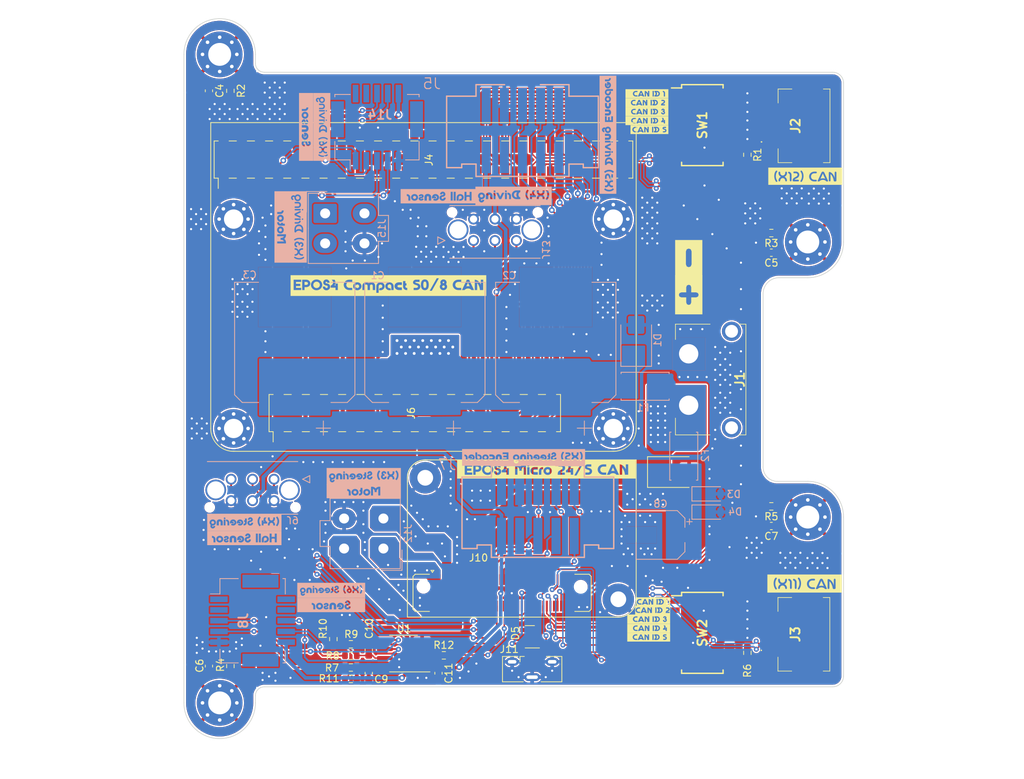
<source format=kicad_pcb>
(kicad_pcb (version 20221018) (generator pcbnew)
  (title_block (title "Navigation Board") (date "2023-12-21") (rev "1") (company "EPFL Xplore") (comment 2 "Author : Federico Bise"))
  (layers (0 "F.Cu" signal) (1 "In1.Cu" signal) (2 "In2.Cu" signal) (31 "B.Cu" signal) (34 "B.Paste" user) (35 "F.Paste" user) (36 "B.SilkS" user "B.Silkscreen") (37 "F.SilkS" user "F.Silkscreen") (38 "B.Mask" user) (39 "F.Mask" user) (44 "Edge.Cuts" user))
  (net 0 "")
  (net 1 "GND")
  (net 2 "Net-(C4-Pad1)")
  (net 3 "Net-(C5-Pad1)")
  (net 4 "Net-(C6-Pad1)")
  (net 5 "Net-(C7-Pad1)")
  (net 6 "VCC")
  (net 7 "/Steering controller/RS422 interface/ISL_A")
  (net 8 "/Steering controller/RS422 interface/ISL_B")
  (net 9 "/Steering controller/USB_D+")
  (net 10 "/Steering controller/USB_D-")
  (net 11 "VBUS")
  (net 12 "/Steering controller/DigIN1")
  (net 13 "/Steering controller/DigIN2")
  (net 14 "/Steering controller/DigIN3")
  (net 15 "/Steering controller/DigIN4")
  (net 16 "/Steering controller/DigOUT1")
  (net 17 "/Steering controller/DigOUT2")
  (net 18 "/Driving controller/CHA{slash}HsDigIN1")
  (net 19 "/Driving controller/CHA{slash}HsDigIN1\\")
  (net 20 "/Driving controller/CHB{slash}HsDigIN2")
  (net 21 "/Driving controller/CHB{slash}HsDigIN2\\")
  (net 22 "/Steering controller/Clock{slash}HsDigOUT1")
  (net 23 "/Steering controller/Clock{slash}HsDigOUT1\\")
  (net 24 "/Steering controller/Data{slash}HsDigIN4")
  (net 25 "/Steering controller/Data{slash}HsDigIN4\\")
  (net 26 "/Driving controller/STO-OUT+")
  (net 27 "/Driving controller/STO-OUT-")
  (net 28 "/Steering controller/AnIN1+")
  (net 29 "/Steering controller/AnIN1-")
  (net 30 "/Steering controller/AnIN2+")
  (net 31 "/Steering controller/AnIN2-")
  (net 32 "/Steering controller/AnOUT1")
  (net 33 "/Driving controller/AnOUT2")
  (net 34 "/Steering controller/CAN ID 1")
  (net 35 "/Steering controller/CAN ID 2")
  (net 36 "/Steering controller/CAN ID 3")
  (net 37 "/Steering controller/CAN ID 4")
  (net 38 "/Steering controller/CAN ID 5")
  (net 39 "/Steering controller/Auto bit rate")
  (net 40 "/Steering controller/DSP_RxD")
  (net 41 "/Steering controller/DSP_TxD")
  (net 42 "/Driving controller/SPI_CLK")
  (net 43 "/Driving controller/SPI_IRQ")
  (net 44 "/Driving controller/SPI_SOMI")
  (net 45 "/Driving controller/SPI_SIMO")
  (net 46 "/Driving controller/SPI_CS2")
  (net 47 "/Driving controller/SPI_CS1")
  (net 48 "Vsensor2")
  (net 49 "/Steering controller/CHA\\")
  (net 50 "/Steering controller/CHA")
  (net 51 "/Steering controller/CHB\\")
  (net 52 "/Steering controller/CHB")
  (net 53 "/Steering controller/CHI\\")
  (net 54 "/Steering controller/CHI")
  (net 55 "/Steering controller/M1{slash}M+")
  (net 56 "/Steering controller/M2{slash}M-")
  (net 57 "/Steering controller/M3")
  (net 58 "/Steering controller/HS1-IN")
  (net 59 "/Steering controller/HS2-IN")
  (net 60 "/Steering controller/HS3-IN")
  (net 61 "Vsensor")
  (net 62 "/Driving controller/CHA\\")
  (net 63 "/Driving controller/CHA")
  (net 64 "/Driving controller/CHB\\")
  (net 65 "/Driving controller/CHB")
  (net 66 "/Driving controller/CHI\\")
  (net 67 "/Driving controller/CHI")
  (net 72 "/Driving controller/Clock{slash}HsDigOUT1")
  (net 73 "/Driving controller/Clock{slash}HsDigOUT1\\")
  (net 74 "/Driving controller/Data{slash}HsDigIN4")
  (net 75 "/Driving controller/Data{slash}HsDigIN4\\")
  (net 76 "/Driving controller/HS1-IN")
  (net 77 "/Driving controller/HS2-IN")
  (net 78 "/Driving controller/HS3-IN")
  (net 80 "/Driving controller/M1{slash}M+")
  (net 81 "/Driving controller/M2{slash}M-")
  (net 82 "/Driving controller/M3")
  (net 85 "Net-(R1-Pad1)")
  (net 88 "/Steering controller/Data{slash}HsDigIN4_A53")
  (net 91 "/Driving controller/CAN ID 1")
  (net 92 "/Driving controller/CAN ID 2")
  (net 93 "/Driving controller/CAN ID 3")
  (net 94 "/Driving controller/CAN ID 4")
  (net 95 "/Driving controller/CAN ID 5")
  (net 96 "/Driving controller/Auto bit rate")
  (net 99 "/Steering controller/Clock{slash}HsDigOUT1_A55")
  (net 100 "/Steering controller/CAN ID 6")
  (net 101 "/Driving controller/Channel A{slash}HsDigIN1\\")
  (net 102 "/Driving controller/DigIN1")
  (net 103 "/Driving controller/DigIN2")
  (net 104 "/Driving controller/DigIN3")
  (net 105 "/Driving controller/AnIN1+")
  (net 106 "/Driving controller/DigIN4")
  (net 107 "/Driving controller/AnIN1-")
  (net 108 "/Driving controller/DigOUT1")
  (net 109 "/Driving controller/AnIN2+")
  (net 110 "/Driving controller/DigOUT2")
  (net 111 "/Driving controller/AnIN2-")
  (net 112 "/Driving controller/Channel B{slash}HsDigIN2\\")
  (net 113 "/Driving controller/AnOUT1")
  (net 114 "Net-(R6-Pad1)")
  (net 120 "/Driving controller/DSP_RxD")
  (net 121 "/Driving controller/DSP_TxD")
  (net 122 "/Steering controller/VCC_fused")
  (net 123 "/Driving controller/VCC_fused")
  (net 124 "/Driving controller/CAN-")
  (net 125 "/Driving controller/CAN+")
  (net 126 "Vaux2")
  (net 127 "/Steering controller/RS422 interface/ISL_RO")
  (footprint "kibuzzard-642A8EDE" (layer "F.Cu") (at 165.8 126.35)
    (fp_text reference "CAN1" hide)
    (fp_text value "G***" hide)
  )
  (footprint "kibuzzard-642A8ED7" (layer "F.Cu") (at 165.900557 127.525)
    (fp_text reference "kibuzzard-642A8ED7" hide)
    (fp_text value "G***" hide)
  )
  (footprint "kibuzzard-642A8ED1" (layer "F.Cu") (at 165.5 128.775)
    (fp_text reference "kibuzzard-642A8ED1" hide)
    (fp_text value "G***" hide)
  )
  (footprint "0_transceiver:ISL8490E-SOIC-8" (layer "F.Cu") (at 131.1 133.6 180)
    (fp_text reference "U1")
    (fp_text value "ISL8490E")
  )
  (footprint "0_connectors:USB_Micro-B_Molex-105133-0001" (layer "F.Cu") (at 149.2 135.825)
    (fp_text reference "J11")
    (fp_text value "USB_B_Micro")
  )
  (footprint "kibuzzard-642A8F3A" (layer "F.Cu") (at 151.2 107.8)
    (fp_text reference "kibuzzard-642A8F3A" hide)
    (fp_text value "G***" hide)
  )
  (footprint "MountingHole:MountingHole_2.2mm_M2_Pad" (layer "F.Cu") (at 161.25 126)
    (fp_text reference "H9")
    (fp_text value "M2 (2.2mm)")
  )
  (footprint "MountingHole:MountingHole_3.2mm_M3_Pad_Via" (layer "F.Cu") (at 105.5 49.75)
    (fp_text reference "H5")
    (fp_text value "M3 (3.2mm)")
  )
  (footprint "kibuzzard-642A8EC3" (layer "F.Cu") (at 165.5 131.3)
    (fp_text reference "kibuzzard-642A8EC3" hide)
    (fp_text value "G***" hide)
  )
  (footprint "MountingHole:MountingHole_2.2mm_M2_Pad" (layer "F.Cu") (at 134.25 109)
    (fp_text reference "H10")
    (fp_text value "M2 (2.2mm)")
  )
  (footprint "0_connectors:SSM-123-L-DV" (layer "F.Cu") (at 134 64.47 90)
    (fp_text reference "J4")
    (fp_text value "02x23 Socket header (SSM-123-L-DV)")
  )
  (footprint "kibuzzard-642A8EDE" (layer "F.Cu") (at 165.25 55.25)
    (fp_text reference "kibuzzard-642A8EDE" hide)
    (fp_text value "G***" hide)
  )
  (footprint "0_maxon_controllers:Micro_24_5_CAN" (layer "F.Cu") (at 150.85 109.6)
    (fp_text reference "REF**" hide)
    (fp_text value "Micro_24_5_CAN" hide)
  )
  (footprint "Capacitor_SMD:C_0603_1608Metric" (layer "F.Cu") (at 182.65 77.5 180)
    (fp_text reference "C5")
    (fp_text value "330nF")
  )
  (footprint "0_connectors:Samtec_LSHM-140-xx.x-x-DV-N_2x40_P0.50mm_Vertical" (layer "F.Cu") (at 145 125.1)
    (fp_text reference "J10")
    (fp_text value "EPOS4 Micro 24/5 CAN Terminal/socket (LSHM-140-02.5-L-DV-A-N-K-TR)")
  )
  (footprint "Resistor_SMD:R_0603_1608Metric" (layer "F.Cu") (at 182.65 113 180)
    (fp_text reference "R5")
    (fp_text value "100k")
  )
  (footprint "Resistor_SMD:R_0603_1608Metric" (layer "F.Cu") (at 123.85 133.9)
    (fp_text reference "R8")
    (fp_text value "150R")
  )
  (footprint "0_connectors:2132260431" (layer "F.Cu") (at 186.925 59.75 90)
    (fp_text reference "J2")
    (fp_text value "CAN 1 (X2) - Molex CLIK-Mate" hide)
  )
  (footprint "Diode_SMD:D_SMB" (layer "F.Cu") (at 169 108.2)
    (fp_text reference "D2" hide)
    (fp_text value "SMBJ54A")
  )
  (footprint "kibuzzard-642A8ED7" (layer "F.Cu") (at 165.25 56.5)
    (fp_text reference "kibuzzard-642A8ED7" hide)
    (fp_text value "G***" hide)
  )
  (footprint "0_connectors:SSM-116-L-DV" (layer "F.Cu") (at 132.79 99.945 90)
    (fp_text reference "J6")
    (fp_text value "02x16 Socket header (SSM-116-L-DV)")
  )
  (footprint "Resistor_SMD:R_0603_1608Metric" (layer "F.Cu") (at 123.85 132.3)
    (fp_text reference "R9")
    (fp_text value "20k")
  )
  (footprint "0_switch:2188LPST" (layer "F.Cu") (at 173 130.7 -90)
    (fp_text reference "SW2")
    (fp_text value "218-8LPST" hide)
  )
  (footprint "0_switch:2188LPST" (layer "F.Cu") (at 173 59.65 -90)
    (fp_text reference "SW1")
    (fp_text value "218-8LPST" hide)
  )
  (footprint "Capacitor_SMD:C_0603_1608Metric" (layer "F.Cu") (at 126.35 136.35 -90)
    (fp_text reference "C9")
    (fp_text value "220pF 50V C0G")
  )
  (footprint "kibuzzard-642A04E4" (layer "F.Cu") (at 187.3 123.8)
    (fp_text reference "kibuzzard-642A04E4" hide)
    (fp_text value "G***" hide)
  )
  (footprint "Capacitor_SMD:C_0603_1608Metric" (layer "F.Cu") (at 182.65 115.75 180)
    (fp_text reference "C7")
    (fp_text value "330nF")
  )
  (footprint "Resistor_SMD:R_0603_1608Metric" (layer "F.Cu") (at 136.85 133.85)
    (fp_text reference "R12")
    (fp_text value "1k")
  )
  (footprint "kibuzzard-642A8EC9" (layer "F.Cu") (at 165.25 59.025)
    (fp_text reference "kibuzzard-642A8EC9" hide)
    (fp_text value "G***" hide)
  )
  (footprint "kibuzzard-642A056F" (layer "F.Cu") (at 187.4 66.8)
    (fp_text reference "kibuzzard-642A056F" hide)
    (fp_text value "G***" hide)
  )
  (footprint "MountingHole:MountingHole_2.7mm_M2.5_Pad_Via" (layer "F.Cu") (at 107.45 102.1)
    (fp_text reference "H3")
    (fp_text value "M2.5 (2.7mm)")
  )
  (footprint "0_maxon_controllers:Compact_50_8_CAN" (layer "F.Cu") (at 134 64.52 90)
    (fp_text reference "REF**" hide)
    (fp_text value "Compact_50_8_CAN")
  )
  (footprint "kibuzzard-642A8ED1" (layer "F.Cu") (at 165.25 57.75)
    (fp_text reference "kibuzzard-642A8ED1" hide)
    (fp_text value "G***" hide)
  )
  (footprint "Resistor_SMD:R_0603_1608Metric" (layer "F.Cu") (at 123.85 137.15)
    (fp_text reference "R11")
    (fp_text value "22k")
  )
  (footprint "MountingHole:MountingHole_3.2mm_M3_Pad_Via" (layer "F.Cu") (at 105.5 140.5)
    (fp_text reference "H7")
    (fp_text value "M3 (3.2mm)")
  )
  (footprint "Resistor_SMD:R_0603_1608Metric" (layer "F.Cu") (at 123.85 135.55)
    (fp_text reference "R7")
    (fp_text value "150R")
  )
  (footprint "Resistor_SMD:R_0603_1608Metric" (layer "F.Cu") (at 121.4 131.575 -90)
    (fp_text reference "R10")
    (fp_text value "20k")
  )
  (footprint "Resistor_SMD:R_0603_1608Metric" (layer "F.Cu") (at 179.3 133.5 90)
    (fp_text reference "R6")
    (fp_text value "120R")
  )
  (footprint "Resistor_SMD:R_0603_1608Metric" (layer "F.Cu") (at 179.3 63.8 -90)
    (fp_text reference "R1")
    (fp_text value "120R")
  )
  (footprint "kibuzzard-642A8EC9" (layer "F.Cu") (at 165.5 130.05)
    (fp_text reference "kibuzzard-642A8EC9" hide)
    (fp_text value "G***" hide)
  )
  (footprint "Resistor_SMD:R_0603_1608Metric" (layer "F.Cu") (at 182.65 74.75 180)
    (fp_text reference "R3")
    (fp_text value "100k")
  )
  (footprint "kibuzzard-642A0D20" (layer "F.Cu") (at 171.1 78.224999 90)
    (fp_text reference "kibuzzard-642A0D20" hide)
    (fp_text value "G***" hide)
  )
  (footprint "0_connectors:2132260431" (layer "F.Cu") (at 186.9 130.9 90)
    (fp_text reference "J3")
    (fp_text value "CAN2 (X3) - Molex CLIK-Mate" hide)
  )
  (footprint "MountingHole:MountingHole_2.7mm_M2.5_Pad_Via" (layer "F.Cu") (at 160.55 72.8)
    (fp_text reference "H2")
    (fp_text value "M2.5 (2.7mm)")
  )
  (footprint "Resistor_SMD:R_0603_1608Metric" (layer "F.Cu") (at 107 135.35 90)
    (fp_text reference "R4")
    (fp_text value "100k")
  )
  (footprint "Capacitor_SMD:C_0603_1608Metric" (layer "F.Cu") (at 136.1 136.35 -90)
    (fp_text reference "C11")
    (fp_text value "0.1uF 50V X7R")
  )
  (footprint "kibuzzard-642A8F16" (layer "F.Cu") (at 129.1 82.1)
    (fp_text reference "kibuzzard-642A8F16" hide)
    (fp_text value "G***" hide)
  )
  (footprint "Resistor_SMD:R_0603_1608Metric" (layer "F.Cu") (at 107 54.85 -90)
    (fp_text reference "R2")
    (fp_text value "100k")
  )
  (footprint "kibuzzard-642A8EC3" (layer "F.Cu") (at 165.450557 60.275)
    (fp_text reference "kibuzzard-642A8EC3" hide)
    (fp_text value "G***" hide)
  )
  (footprint "Capacitor_SMD:C_0603_1608Metric" (layer "F.Cu") (at 126.35 133.1 90)
    (fp_text reference "C10")
    (fp_text value "220pF 50V C0G")
  )
  (footprint "MountingHole:MountingHole_2.7mm_M2.5_Pad_Via" (layer "F.Cu") (at 160.55 102.1)
    (fp_text reference "H4")
    (fp_text value "M2.5 (2.7mm)")
  )
  (footprint "0_connectors:XT60PWM" (layer "F.Cu") (at 171.0875 95.25 -90)
    (fp_text reference "J1")
    (fp_text value "Power supply (X1) - XT60" hide)
  )
  (footprint "MountingHole:MountingHole_3.2mm_M3_Pad_Via" (layer "F.Cu") (at 187.75 114.5)
    (fp_text reference "H8")
    (fp_text value "M3 (3.2mm)")
  )
  (footprint "Package_TO_SOT_SMD:SOT-143" (layer "F.Cu") (at 148.875 131.25 180)
    (fp_text reference "D5")
    (fp_text value "PRTR5V0U2X")
  )
  (footprint "MountingHole:MountingHole_2.7mm_M2.5_Pad_Via" (layer "F.Cu") (at 107.45 72.8)
    (fp_text reference "H1")
    (fp_text value "M2.5 (2.7mm)")
  )
  (footprint "Capacitor_SMD:C_0603_1608Metric" (layer "F.Cu") (at 104 54.85 -90)
    (fp_text reference "C4")
    (fp_text value "330nF")
  )
  (footprint "Capacitor_SMD:C_0603_1608Metric" (layer "F.Cu") (at 104 135.35 90)
    (fp_text reference "C6")
    (fp_text value "330nF")
  )
  (footprint "MountingHole:MountingHole_3.2mm_M3_Pad_Via" (layer "F.Cu") (at 187.75 76)
    (fp_text reference "H6")
    (fp_text value "M3 (3.2mm)")
  )
  (footprint "kibuzzard-642A0CF2" (layer "F.Cu") (at 171.1 83.4 90)
    (fp_text reference "kibuzzard-642A0CF2" hide)
    (fp_text value "G***" hide)
  )
  (footprint "kibuzzard-642A8FD2" (layer "B.Cu") (at 121.1 126.8 180)
    (fp_text reference "kibuzzard-642A8FD2" hide)
    (fp_text value "G***" hide)
  )
  (footprint "kibuzzard-642A9082" (layer "B.Cu") (at 108.95 117.425 180)
    (fp_text reference "kibuzzard-642A9082" hide)
    (fp_text value "G***" hide)
  )
  (footprint "Capacitor_SMD:CP_Elec_16x17.5" (layer "B.Cu") (at 134.2 90.05 90)
    (fp_text reference "C1")
    (fp_text value "390uF 63V (UCZ1J391MNS1MS)")
  )
  (footprint "0_fuse:Fuseholder_Littelfuse_Nano2_157x" (layer "B.Cu") (at 170.4 105.97 -90)
    (fp_text reference "F2")
    (fp_text value "0157010")
  )
  (footprint "kibuzzard-642A90E8" (layer "B.Cu") (at 114.15 73.9 90)
    (fp_text reference "kibuzzard-642A90E8" hide)
    (fp_text value "G***" hide)
  )
  (footprint "Diode_SMD:D_SMB" (layer "B.Cu") (at 163.75 89.75 90)
    (fp_text reference "D1")
    (fp_text value "SMBJ54A")
  )
  (footprint "Capacitor_SMD:CP_Elec_16x17.5" (layer "B.Cu") (at 116 90.05 90)
    (fp_text reference "C3")
    (fp_text value "390uF 63V (UCZ1J391MNS1MS)")
  )
  (footprint "kibuzzard-642A9089" (layer "B.Cu") (at 146.6 69.55 180)
    (fp_text reference "kibuzzard-642A9089" hide)
    (fp_text value "G***" hide)
  )
  (footprint "kibuzzard-642A8FCA" (layer "B.Cu") (at 121.1 124.75 180)
    (fp_text reference "kibuzzard-642A8FCA" hide)
    (fp_text value "G***" hide)
  )
  (footprint "0_connectors:Molex_Mini-Fit_Jr_5566-04A_2x02_P4.20mm_Vertical" (layer "B.Cu") (at 120.25 72 -90)
    (fp_text reference "J15")
    (fp_text value "Motor (X4) - Molex Mini-Fit Jr.")
  )
  (footprint "kibuzzard-642A9061" (layer "B.Cu") (at 125.65 110.875 180)
    (fp_text reference "kibuzzard-642A9061" hide)
    (fp_text value "G***" hide)
  )
  (footprint "0_connectors:MOLEX_5031541090" (layer "B.Cu") (at 110.1 129 90)
    (fp_text reference "J8")
    (fp_text value "Sensor (X6) - Molex CLIK-Mate" hide)
  )
  (footprint "0_connectors:MOLEX_43045-0624" (layer "B.Cu") (at 110.1 110.7)
    (fp_text reference "J9")
    (fp_text value "Hall Sensor (X4) - Molex Micro-Fit 3.0")
  )
  (footprint "Diode_SMD:D_SOD-123" (layer "B.Cu") (at 173.9 113.8)
    (fp_text reference "D4")
    (fp_text value "SMF30A")
  )
  (footprint "kibuzzard-642A90B7" (layer "B.Cu") (at 159.8 61 90)
    (fp_text reference "kibuzzard-642A90B7" hide)
    (fp_text value "G***" hide)
  )
  (footprint "0_fuse:Fuseholder_Littelfuse_Nano2_157x" (layer "B.Cu") (at 165 96.2 180)
    (fp_text reference "F1")
    (fp_text value "0157010")
  )
  (footprint "Capacitor_SMD:CP_Elec_6.3x7.7" (layer "B.Cu") (at 167.15 117 180)
    (fp_text reference "C8")
    (fp_text value "68uF (EEHZA1V680XP)")
  )
  (footprint "kibuzzard-642A9101" (layer "B.Cu") (at 119.8 59.9 90)
    (fp_text reference "kibuzzard-642A9101" hide)
    (fp_text value "G***" hide)
  )
  (footprint "kibuzzard-642A90A5" (layer "B.Cu") (at 136.2 69.6 180)
    (fp_text reference "kibuzzard-642A90A5" hide)
    (fp_text value "G***" hide)
  )
  (footprint "0_connectors:Molex_Mini-Fit_Jr_5566-04A_2x02_P4.20mm_Vertical" (layer "B.Cu") (at 128.4 118.9 90)
    (fp_text reference "J12")
    (fp_text value "Motor (X4) - Molex Mini-Fit Jr.")
  )
  (footprint "0_connectors:SAMTEC-HTST-105-01-X-DV" (layer "B.Cu") (at 147.85 60.6)
    (fp_text reference "J5")
    (fp_text value "Encoder (X5) - Pin headers 2.54mm" hide)
  )
  (footprint "0_connectors:SAMTEC-HTST-105-01-X-DV" (layer "B.Cu") (at 150 113.9)
    (fp_text reference "J7")
    (fp_text value "Encoder (X5) - Pin headers 2.54mm" hide)
  )
  (footprint "0_connectors:MOLEX_43045-0624" (layer "B.Cu") (at 144 74.3 180)
    (fp_text reference "J13")
    (fp_text value "Hall Sensor (X4) - Molex Micro-Fit 3.0")
  )
  (footprint "kibuzzard-642A8FAF" (layer "B.Cu") (at 148 106.15 180)
    (fp_text reference "kibuzzard-642A8FAF" hide)
    (fp_text value "G***" hide)
  )
  (footprint "kibuzzard-642A907B" (layer "B.Cu") (at 108.95 115.25 180)
    (fp_text reference "kibuzzard-642A907B" hide)
    (fp_text value "G***" hide)
  )
  (footprint "kibuzzard-642A8FE0" (layer "B.Cu") (at 125.65 108.8 180)
    (fp_text reference "kibuzzard-642A8FE0" hide)
    (fp_text value "G***" hide)
  )
  (footprint "Capacitor_SMD:CP_Elec_16x17.5" (layer "B.Cu") (at 152.5 90.05 90)
    (fp_text reference "C2")
    (fp_text value "390uF 63V (UCZ1J391MNS1MS)")
  )
  (footprint "kibuzzard-642A0BFC" (layer "B.Cu") (at 116.4 73.9 90)
    (fp_text reference "kibuzzard-642A0BFC" hide)
    (fp_text value "G***" hide)
  )
  (footprint "0_connectors:MOLEX_5031541090" (layer "B.Cu") (at 127.5 59.9375 180)
    (fp_text reference "J14")
    (fp_text value "Sensor (X6) - Molex CLIK-Mate" hide)
  )
  (footprint "Diode_SMD:D_SOD-123" (layer "B.Cu") (at 173.9 111.25)
    (fp_text reference "D3")
    (fp_text value "SMF30A")
  )
  (footprint "kibuzzard-642A90CC" (layer "B.Cu") (at 117.6 59.9 90)
    (fp_text reference "kibuzzard-642A90CC" hide)
    (fp_text value "G***" hide)
  )
  (gr_line (start 191.25 138.25) (end 111.75 138.25) (stroke (width 0.1)) (layer "Edge.Cuts"))
  (gr_line (start 100.5 49.75) (end 100.5 140.5) (stroke (width 0.1)) (layer "Edge.Cuts"))
  (gr_line (start 110.5 51) (end 110.5 49.75) (stroke (width 0.1)) (layer "Edge.Cuts"))
  (gr_line (start 187.75 109.5) (end 183.5 109.5) (stroke (width 0.1)) (layer "Edge.Cuts"))
  (gr_line (start 192.75 76) (end 192.75 53.75) (stroke (width 0.1)) (layer "Edge.Cuts"))
  (gr_arc (start 192.75 136.75) (mid 192.31066 137.81066) (end 191.25 138.25) (stroke (width 0.1)) (layer "Edge.Cuts"))
  (gr_arc (start 111.75 52.25) (mid 110.866117 51.883883) (end 110.5 51) (stroke (width 0.1)) (layer "Edge.Cuts"))
  (gr_arc (start 110.5 140.5) (mid 105.5 145.5) (end 100.5 140.5) (stroke (width 0.1)) (layer "Edge.Cuts"))
  (gr_line (start 192.75 114.5) (end 192.75 136.75) (stroke (width 0.1)) (layer "Edge.Cuts"))
  (gr_arc (start 100.5 49.75) (mid 105.5 44.75) (end 110.5 49.75) (stroke (width 0.1)) (layer "Edge.Cuts"))
  (gr_arc (start 187.75 109.5) (mid 191.285534 110.964466) (end 192.75 114.5) (stroke (width 0.1)) (layer "Edge.Cuts"))
  (gr_arc (start 192.75 76) (mid 191.285534 79.535534) (end 187.75 81) (stroke (width 0.1)) (layer "Edge.Cuts"))
  (gr_arc (start 110.5 139.5) (mid 110.866115 138.616117) (end 111.749996 138.25) (stroke (width 0.1)) (layer "Edge.Cuts"))
  (gr_arc (start 183.5 109.5) (mid 182.085786 108.914214) (end 181.5 107.5) (stroke (width 0.1)) (layer "Edge.Cuts"))
  (gr_line (start 110.5 140.5) (end 110.5 139.5) (stroke (width 0.1)) (layer "Edge.Cuts"))
  (gr_arc (start 191.25 52.25) (mid 192.31066 52.68934) (end 192.75 53.75) (stroke (width 0.1)) (layer "Edge.Cuts"))
  (gr_line (start 187.75 81) (end 183.75 81) (stroke (width 0.1)) (layer "Edge.Cuts"))
  (gr_line (start 181.5 83.25) (end 181.5 107.5) (stroke (width 0.1)) (layer "Edge.Cuts"))
  (gr_arc (start 181.5 83.25) (mid 182.15901 81.65901) (end 183.75 81) (stroke (width 0.1)) (layer "Edge.Cuts"))
  (gr_line (start 111.75 52.25) (end 191.25 52.25) (stroke (width 0.1)) (layer "Edge.Cuts"))
  (segment (start 182.866397 59) (end 183.73 59) (width 0.2) (layer "F.Cu") (net 1))
  (segment (start 126.35 132.325) (end 124.7 132.325) (width 0.2) (layer "F.Cu") (net 1))
  (segment (start 126.35 137.125) (end 124.7 137.125) (width 0.2) (layer "F.Cu") (net 1))
  (segment (start 124.7 132.325) (end 124.675 132.3) (width 0.2) (layer "F.Cu") (net 1))
  (segment (start 183.73 59) (end 182.93 59) (width 0.2) (layer "F.Cu") (net 1))
  (segment (start 182.93 57.5) (end 183.73 57.5) (width 0.2) (layer "F.Cu") (net 1))
  (segment (start 124.7 137.125) (end 124.675 137.15) (width 0.2) (layer "F.Cu") (net 1))
  (via (at 188.59 69.93) (size 0.7) (drill 0.3) (layers "F.Cu" "B.Cu") (net 1))
  (via (at 187.89 69.23) (size 0.7) (drill 0.3) (layers "F.Cu" "B.Cu") (net 1))
  (via (at 107.3 81.2) (size 0.7) (drill 0.3) (layers "F.Cu" "B.Cu") (net 1))
  (via (at 140.3 136.1) (size 0.7) (drill 0.3) (layers "F.Cu" "B.Cu") (net 1))
  (via (at 179 73.4) (size 0.7) (drill 0.3) (layers "F.Cu" "B.Cu") (net 1))
  (via (at 176.4 76.9) (size 0.7) (drill 0.3) (layers "F.Cu" "B.Cu") (net 1))
  (via (at 133.1 113.9) (size 0.7) (drill 0.3) (layers "F.Cu" "B.Cu") (net 1))
  (via (at 113.55 119.05) (size 0.7) (drill 0.3) (layers "F.Cu" "B.Cu") (net 1))
  (via (at 108 57.4) (size 0.7) (drill 0.3) (layers "F.Cu" "B.Cu") (net 1))
  (via (at 135.78 76.67) (size 0.7) (drill 0.3) (layers "F.Cu" "B.Cu") (net 1))
  (via (at 186.2 70.6) (size 0.7) (drill 0.3) (layers "F.Cu" "B.Cu") (net 1))
  (via (at 110.8 58.8) (size 0.7) (drill 0.3) (layers "F.Cu" "B.Cu") (net 1))
  (via (at 111.8 58.1) (size 0.7) (drill 0.3) (layers "F.Cu" "B.Cu") (net 1))
  (via (at 178.4 99.4) (size 0.7) (drill 0.3) (layers "F.Cu" "B.Cu") (net 1))
  (via (at 174.4 74.9) (size 0.7) (drill 0.3) (layers "F.Cu" "B.Cu") (net 1))
  (via (at 186.71 120.9) (size 0.7) (drill 0.3) (layers "F.Cu" "B.Cu") (net 1))
  (via (at 108.7 81.2) (size 0.7) (drill 0.3) (layers "F.Cu" "B.Cu") (net 1))
  (via (at 103.6 72.1) (size 0.7) (drill 0.3) (layers "F.Cu" "B.Cu") (net 1))
  (via (at 102.9 72.8) (size 0.7) (drill 0.3) (layers "F.Cu" "B.Cu") (net 1))
  (via (at 157.3 104.1) (size 0.7) (drill 0.3) (layers "F.Cu" "B.Cu") (net 1))
  (via (at 175.5 99.9) (size 0.7) (drill 0.3) (layers "F.Cu" "B.Cu") (net 1))
  (via (at 166 69.8) (size 0.7) (drill 0.3) (layers "F.Cu" "B.Cu") (net 1))
  (via (at 175.5 91.5) (size 0.7) (drill 0.3) (layers "F.Cu" "B.Cu") (net 1))
  (via (at 111.2 132.5) (size 0.7) (drill 0.3) (layers "F.Cu" "B.Cu") (net 1))
  (via (at 164.1 102.1) (size 0.7) (drill 0.3) (layers "F.Cu" "B.Cu") (net 1))
  (via (at 175.3 70.1) (size 0.7) (drill 0.3) (layers "F.Cu" "B.Cu") (net 1))
  (via (at 120.3 112.4) (size 0.7) (drill 0.3) (layers "F.Cu" "B.Cu") (net 1))
  (via (at 134.7 115.8) (size 0.7) (drill 0.3) (layers "F.Cu" "B.Cu") (net 1))
  (via (at 173.3 68.1) (size 0.7) (drill 0.3) (layers "F.Cu" "B.Cu") (net 1))
  (via (at 105.5 57.4) (size 0.7) (drill 0.3) (layers "F.Cu" "B.Cu") (net 1))
  (via (at 110.08 85.77) (size 0.7) (drill 0.3) (layers "F.Cu" "B.Cu") (net 1))
  (via (at 106.7 119) (size 0.7) (drill 0.3) (layers "F.Cu" "B.Cu") (net 1))
  (via (at 175.5 93.2) (size 0.7) (drill 0.3) (layers "F.Cu" "B.Cu") (net 1))
  (via (at 179.3 60.3) (size 0.7) (drill 0.3) (layers "F.Cu" "B.Cu") (net 1))
  (via (at 105.5 58.8) (size 0.7) (drill 0.3) (layers "F.Cu" "B.Cu") (net 1))
  (via (at 109.4 83.3) (size 0.7) (drill 0.3) (layers "F.Cu" "B.Cu") (net 1))
  (via (at 164.1 99.7) (size 0.7) (drill 0.3) (layers "F.Cu" "B.Cu") (net 1))
  (via (at 185.5 68.5) (size 0.7) (drill 0.3) (layers "F.Cu" "B.Cu") (net 1))
  (via (at 104.8 58.1) (size 0.7) (drill 0.3) (layers "F.Cu" "B.Cu") (net 1))
  (via (at 145.6 88.2) (size 0.7) (drill 0.3) (layers "F.Cu" "B.Cu") (net 1))
  (via (at 106.9 57.4) (size 0.7) (drill 0.3) (layers "F.Cu" "B.Cu") (net 1))
  (via (at 110.8 57.4) (size 0.7) (drill 0.3) (layers "F.Cu" "B.Cu") (net 1))
  (via (at 111.3 107.5) (size 0.7) (drill 0.3) (layers "F.Cu" "B.Cu") (net 1))
  (via (at 185.31 119.5) (size 0.7) (drill 0.3) (layers "F.Cu" "B.Cu") (net 1))
  (via (at 155.75 127.1) (size 0.7) (drill 0.3) (layers "F.Cu" "B.Cu") (net 1))
  (via (at 110.1 82.6) (size 0.7) (drill 0.3) (layers "F.Cu" "B.Cu") (net 1))
  (via (at 184.61 120.2) (size 0.7) (drill 0.3) (layers "F.Cu" "B.Cu") (net 1))
  (via (at 103.1 132.9) (size 0.7) (drill 0.3) (layers "F.Cu" "B.Cu") (net 1))
  (via (at 158.9 79.2) (size 0.7) (drill 0.3) (layers "F.Cu" "B.Cu") (net 1))
  (via (at 151.1 136.9) (size 0.7) (drill 0.3) (layers "F.Cu" "B.Cu") (net 1))
  (via (at 145.6 86.7) (size 0.7) (drill 0.3) (layers "F.Cu" "B.Cu") (net 1))
  (via (at 115.95 123.3) (size 0.7) (drill 0.3) (layers "F.Cu" "B.Cu") (net 1))
  (via (at 133.3 72.6) (size 0.7) (drill 0.3) (layers "F.Cu" "B.Cu") (net 1))
  (via (at 190.5 120.23) (size 0.7) (drill 0.3) (layers "F.Cu" "B.Cu") (net 1))
  (via (at 107.8 132.9) (size 0.7) (drill 0.3) (layers "F.Cu" "B.Cu") (net 1))
  (via (at 165.3 71.9) (size 0.7) (drill 0.3) (layers "F.Cu" "B.Cu") (net 1))
  (via (at 115.2 117.6) (size 0.7) (drill 0.3) (layers "F.Cu" "B.Cu") (net 1))
  (via (at 127 106.8) (size 0.7) (drill 0.3) (layers "F.Cu" "B.Cu") (net 1))
  (via (at 113.3 137.4) (size 0.7) (drill 0.3) (layers "F.Cu" "B.Cu") (net 1))
  (via (at 135.08 77.37) (size 0.7) (drill 0.3) (layers "F.Cu" "B.Cu") (net 1))
  (via (at 189.29 69.23) (size 0.7) (drill 0.3) (layers "F.Cu" "B.Cu") (net 1))
  (via (at 131.2 124.8) (size 0.7) (drill 0.3) (layers "F.Cu" "B.Cu") (net 1))
  (via (at 178.4 91.3) (size 0.7) (drill 0.3) (layers "F.Cu" "B.Cu") (net 1))
  (via (at 171.7 132.1) (size 0.7) (drill 0.3) (layers "F.Cu" "B.Cu") (net 1))
  (via (at 189.1 121.63) (size 0.7) (drill 0.3) (layers "F.Cu" "B.Cu") (net 1))
  (via (at 111.9 75.3) (size 0.7) (drill 0.3) (layers "F.Cu" "B.Cu") (net 1))
  (via (at 180.6 117.4) (size 0.7) (drill 0.3) (layers "F.Cu" "B.Cu") (net 1))
  (via (at 161.7 116.2) (size 0.7) (drill 0.3) (layers "F.Cu" "B.Cu") (net 1))
  (via (at 139.1 137) (size 0.7) (drill 0.3) (layers "F.Cu" "B.Cu") (net 1))
  (via (at 134.38 76.67) (size 0.7) (drill 0.3) (layers "F.Cu" "B.Cu") (net 1))
  (via (at 132.2 72.7) (size 0.7) (drill 0.3) (layers "F.Cu" "B.Cu") (net 1))
  (via (at 133.5 125.8) (size 0.7) (drill 0.3) (layers "F.Cu" "B.Cu") (net 1))
  (via (at 101.6 100.7) (size 0.7) (drill 0.3) (layers "F.Cu" "B.Cu") (net 1))
  (via (at 112.5 58.8) (size 0.7) (drill 0.3) (layers "F.Cu" "B.Cu") (net 1))
  (via (at 171 94.9) (size 0.7) (drill 0.3) (layers "F.Cu" "B.Cu") (net 1))
  (via (at 111.9 73.7) (size 0.7) (drill 0.3) (layers "F.Cu" "B.Cu") (net 1))
  (via (at 103.6 73.5) (size 0.7) (drill 0.3) (layers "F.Cu" "B.Cu") (net 1))
  (via (at 132.98 76.67) (size 0.7) (drill 0.3) (layers "F.Cu" "B.Cu") (net 1))
  (via (at 172.3 94.9) (size 0.7) (drill 0.3) (layers "F.Cu" "B.Cu") (net 1))
  (via (at 121.3 106.8) (size 0.7) (drill 0.3) (layers "F.Cu" "B.Cu") (net 1))
  (via (at 125.8 119.1) (size 0.7) (drill 0.3) (layers "F.Cu" "B.Cu") (net 1))
  (via (at 133.5 126.9) (size 0.7) (drill 0.3) (layers "F.Cu" "B.Cu") (net 1))
  (via (at 130.6 134.4) (size 0.7) (drill 0.3) (layers "F.Cu" "B.Cu") (net 1))
  (via (at 174.4 104.9) (size 0.7) (drill 0.3) (layers "F.Cu" "B.Cu") (net 1))
  (via (at 127.65 60) (size 0.7) (drill 0.3) (layers "F.Cu" "B.Cu") (net 1))
  (via (at 161.2 82.7) (size 0.7) (drill 0.3) (layers "F.Cu" "B.Cu") (net 1))
  (via (at 174.8 93.9) (size 0.7) (drill 0.3) (layers "F.Cu" "B.Cu") (net 1))
  (via (at 184.1 69.9) (size 0.7) (drill 0.3) (layers "F.Cu" "B.Cu") (net 1))
  (via (at 151.5 73.8) (size 0.7) (drill 0.3) (layers "F.Cu" "B.Cu") (net 1))
  (via (at 142.5 71.5) (size 0.7) (drill 0.3) (layers "F.Cu" "B.Cu") (net 1))
  (via (at 159.1 82) (size 0.7) (drill 0.3) (layers "F.Cu" "B.Cu") (net 1))
  (via (at 137.8 108.1) (size 0.7) (drill 0.3) (layers "F.Cu" "B.Cu") (net 1))
  (via (at 148.6 113.8) (size 0.7) (drill 0.3) (layers "F.Cu" "B.Cu") (net 1))
  (via (at 151.5 79) (size 0.7) (drill 0.3) (layers "F.Cu" "B.Cu") (net 1))
  (via (at 136 115.8) (size 0.7) (drill 0.3) (layers "F.Cu" "B.Cu") (net 1))
  (via (at 166.7 85.6) (size 0.7) (drill 0.3) (layers "F.Cu" "B.Cu") (net 1))
  (via (at 109.38 85.07) (size 0.7) (drill 0.3) (layers "F.Cu" "B.Cu") (net 1))
  (via (at 161.7 118.2) (size 0.7) (drill 0.3) (layers "F.Cu" "B.Cu") (net 1))
  (via (at 111.8 56.7) (size 0.7) (drill 0.3) (layers "F.Cu" "B.Cu") (net 1))
  (via (at 118.5 119) (size 0.7) (drill 0.3) (layers "F.Cu" "B.Cu") (net 1))
  (via (at 166.9 87.6) (size 0.7) (drill 0.3) (layers "F.Cu" "B.Cu") (net 1))
  (via (at 179.2 118.8) (size 0.7) (drill 0.3) (layers "F.Cu" "B.Cu") (net 1))
  (via (at 158.9 76.1) (size 0.7) (drill 0.3) (layers "F.Cu" "B.Cu") (net 1))
  (via (at 125.6 116.7) (size 0.7) (drill 0.3) (layers "F.Cu" "B.Cu") (net 1))
  (via (at 164.6 71.2) (size 0.7) (drill 0.3) (layers "F.Cu" "B.Cu") (net 1))
  (via (at 178.4 85.4) (size 0.7) (drill 0.3) (layers "F.Cu" "B.Cu") (net 1))
  (via (at 136.6 106.8) (size 0.7) (drill 0.3) (layers "F.Cu" "B.Cu") (net 1))
  (via (at 184.8 69.2) (size 0.7) (drill 0.3) (layers "F.Cu" "B.Cu") (net 1))
  (via (at 106 133.3) (size 0.7) (drill 0.3) (layers "F.Cu" "B.Cu") (net 1))
  (via (at 179.3 128.8) (size 0.7) (drill 0.3) (layers "F.Cu" "B.Cu") (net 1))
  (via (at 166 72.6) (size 0.7) (drill 0.3) (layers "F.Cu" "B.Cu") (net 1))
  (via (at 134.4 73.8) (size 0.7) (drill 0.3) (layers "F.Cu" "B.Cu") (net 1))
  (via (at 118.6 106.8) (size 0.7) (drill 0.3) (layers "F.Cu" "B.Cu") (net 1))
  (via (at 171.4 88.2) (size 0.7) (drill 0.3) (layers "F.Cu" "B.Cu") (net 1))
  (via (at 179 72) (size 0.7) (drill 0.3) (layers "F.Cu" "B.Cu") (net 1))
  (via (at 107.98 86.47) (size 0.7) (drill 0.3) (layers "F.Cu" "B.Cu") (net 1))
  (via (at 114.6 53.7) (size 0.7) (drill 0.3) (layers "F.Cu" "B.Cu") (net 1))
  (via (at 120.3 115.5) (size 0.7) (drill 0.3) (layers "F.Cu" "B.Cu") (net 1))
  (via (at 161.7 115.2) (size 0.7) (drill 0.3) (layers "F.Cu" "B.Cu") (net 1))
  (via (at 176.9 96) (size 0.7) (drill 0.3) (layers "F.Cu" "B.Cu") (net 1))
  (via (at 159.8 81.3) (size 0.7) (drill 0.3) (layers "F.Cu" "B.Cu") (net 1))
  (via (at 138.7 117.3) (size 0.7) (drill 0.3) (layers "F.Cu" "B.Cu") (net 1))
  (via (at 102.2 73.5) (size 0.7) (drill 0.3) (layers "F.Cu" "B.Cu") (net 1))
  (via (at 174.8 102.3) (size 0.7) (drill 0.3) (layers "F.Cu" "B.Cu") (net 1))
  (via (at 159.08 86.57) (size 0.7) (drill 0.3) (layers "F.Cu" "B.Cu") (net 1))
  (via (at 125.6 106.8) (size 0.7) (drill 0.3) (layers "F.Cu" "B.Cu") (net 1))
  (via (at 124.1 78.6) (size 0.7) (drill 0.3) (layers "F.Cu" "B.Cu") (net 1))
  (via (at 112.5 54.4) (size 0.7) (drill 0.3) (layers "F.Cu" "B.Cu") (net 1))
  (via (at 103.1 132) (size 0.7) (drill 0.3) (layers "F.Cu" "B.Cu") (net 1))
  (via (at 112.5 57.4) (size 0.7) (drill 0.3) (layers "F.Cu" "B.Cu") (net 1))
  (via (at 167.4 84.9) (size 0.7) (drill 0.3) (layers "F.Cu" "B.Cu") (net 1))
  (via (at 106.2 56.7) (size 0.7) (drill 0.3) (layers "F.Cu" "B.Cu") (net 1))
  (via (at 108.68 84.37) (size 0.7) (drill 0.3) (layers "F.Cu" "B.Cu") (net 1))
  (via (at 187.7 120.23) (size 0.7) (drill 0.3) (layers "F.Cu" "B.Cu") (net 1))
  (via (at 155.1 91.3) (size 0.7) (drill 0.3) (layers "F.Cu" "B.Cu") (net 1))
  (via (at 156.1 104.1) (size 0.7) (drill 0.3) (layers "F.Cu" "B.Cu") (net 1))
  (via (at 137.8 110.4) (size 0.7) (drill 0.3) (layers "F.Cu" "B.Cu") (net 1))
  (via (at 174.8 95.3) (size 0.7) (drill 0.3) (layers "F.Cu" "B.Cu") (net 1))
  (via (at 179.2 117.4) (size 0.7) (drill 0.3) (layers "F.Cu" "B.Cu") (net 1))
  (via (at 139.6 78.1) (size 0.7) (drill 0.3) (layers "F.Cu" "B.Cu") (net 1))
  (via (at 121.6 112.4) (size 0.7) (drill 0.3) (layers "F.Cu" "B.Cu") (net 1))
  (via (at 178.4 82.6) (size 0.7) (drill 0.3) (layers "F.Cu" "B.Cu") (net 1))
  (via (at 108.7 58.1) (size 0.7) (drill 0.3) (layers "F.Cu" "B.Cu") (net 1))
  (via (at 143.3 112.2) (size 0.7) (drill 0.3) (layers "F.Cu" "B.Cu") (net 1))
  (via (at 164.6 74.1) (size 0.7) (drill 0.3) (layers "F.Cu" "B.Cu") (net 1))
  (via (at 134.4 137) (size 0.7) (drill 0.3) (layers "F.Cu" "B.Cu") (net 1))
  (via (at 108.6 131.5) (size 0.7) (drill 0.3) (layers "F.Cu" "B.Cu") (net 1))
  (via (at 146.35 125.15) (size 0.7) (drill 0.3) (layers "F.Cu" "B.Cu") (net 1))
  (via (at 174 107.8) (size 0.7) (drill 0.3) (layers "F.Cu" "B.Cu") (net 1))
  (via (at 165.3 73.4) (size 0.7) (drill 0.3) (layers "F.Cu" "B.Cu") (net 1))
  (via (at 179.3 61.6) (size 0.7) (drill 0.3) (layers "F.Cu" "B.Cu") (net 1))
  (via (at 128.3 84.9) (size 0.7) (drill 0.3) (layers "F.Cu" "B.Cu") (net 1))
  (via (at 181.1 71.3) (size 0.7) (drill 0.3) (layers "F.Cu" "B.Cu") (net 1))
  (via (at 103 103.5) (size 0.7) (drill 0.3) (layers "F.Cu" "B.Cu") (net 1))
  (via (at 166 71.2) (size 0.7) (drill 0.3) (layers "F.Cu" "B.Cu") (net 1))
  (via (at 108 81.9) (size 0.7) (drill 0.3) (layers "F.Cu" "B.Cu") (net 1))
  (via (at 142.5 74.4) (size 0.7) (drill 0.3) (layers "F.Cu" "B.Cu") (net 1))
  (via (at 103.25 117.7) (size 0.7) (drill 0.3) (layers "F.Cu" "B.Cu") (net 1))
  (via (at 147.3 136.9) (size 0.7) (drill 0.3) (layers "F.Cu" "B.Cu") (net 1))
  (via (at 164.1 104.5) (size 0.7) (drill 0.3) (layers "F.Cu" "B.Cu") (net 1))
  (via (at 151.5 75.2) (size 0.7) (drill 0.3) (layers "F.Cu" "B.Cu") (net 1))
  (via (at 185.31 120.9) (size 0.7) (drill 0.3) (layers "F.Cu" "B.Cu") (net 1))
  (via (at 187.7 121.63) (size 0.7) (drill 0.3) (layers "F.Cu" "B.Cu") (net 1))
  (via (at 151.35 72.6) (size 0.7) (drill 0.3) (layers "F.Cu" "B.Cu") (net 1))
  (via (at 169.9 88.2) (size 0.7) (drill 0.3) (layers "F.Cu" "B.Cu") (net 1))
  (via (at 180.5 76.1) (size 0.7) (drill 0.3) (layers "F.Cu" "B.Cu") (net 1))
  (via (at 186.9 69.9) (size 0.7) (drill 0.3) (layers "F.Cu" "B.Cu") (net 1))
  (via (at 183.91 120.9) (size 0.7) (drill 0.3) (layers "F.Cu" "B.Cu") (net 1))
  (via (at 176.2 90.7) (size 0.7) (drill 0.3) (layers "F.Cu" "B.Cu") (net 1))
  (via (at 166.4 118.9) (size 0.7) (drill 0.3) (layers "F.Cu" "B.Cu") (net 1))
  (via (at 125.6 113.6) (size 0.7) (drill 0.3) (layers "F.Cu" "B.Cu") (net 1))
  (via (at 174 120.5) (size 0.7) (drill 0.3) (layers "F.Cu" "B.Cu") (net 1))
  (via (at 125.1 60) (size 0.7) (drill 0.3) (layers "F.Cu" "B.Cu") (net 1))
  (via (at 179.3 56.5) (size 0.7) (drill 0.3) (layers "F.Cu" "B.Cu") (net 1))
  (via (at 160.2 91.8) (size 0.7) (drill 0.3) (layers "F.Cu" "B.Cu") (net 1))
  (via (at 108 83.3) (size 0.7) (drill 0.3) (layers "F.Cu" "B.Cu") (net 1))
  (via (at 176.8 118.7) (size 0.7) (drill 0.3) (layers "F.Cu" "B.Cu") (net 1))
  (via (at 111.3 119.35) (size 0.7) (drill 0.3) (layers "F.Cu" "B.Cu") (net 1))
  (via (at 135.78 78.07) (size 0.7) (drill 0.3) (layers "F.Cu" "B.Cu") (net 1))
  (via (at 158.7 127.8) (size 0.7) (drill 0.3) (layers "F.Cu" "B.Cu") (net 1))
  (via (at 107.3 82.6) (size 0.7) (drill 0.3) (layers "F.Cu" "B.Cu") (net 1))
  (via (at 186.9 68.5) (size 0.7) (drill 0.3) (layers "F.Cu" "B.Cu") (net 1))
  (via (at 190.5 121.63) (size 0.7) (drill 0.3) (layers "F.Cu" "B.Cu") (net 1))
  (via (at 104.8 56.7) (size 0.7) (drill 0.3) (layers "F.Cu" "B.Cu") (net 1))
  (via (at 189.1 120.23) (size 0.7) (drill 0.3) (layers "F.Cu" "B.Cu") (net 1))
  (via (at 180.4 72) (size 0.7) (drill 0.3) (layers "F.Cu" "B.Cu") (net 1))
  (via (at 164.4 118.9) (size 0.7) (drill 0.3) (layers "F.Cu" "B.Cu") (net 1))
  (via (at 175.5 98.5) (size 0.7) (drill 0.3) (layers "F.Cu" "B.Cu") (net 1))
  (via (at 156.9 127.1) (size 0.7) (drill 0.3) (layers "F.Cu" "B.Cu") (net 1))
  (via (at 105 133.3) (size 0.7) (drill 0.3) (layers "F.Cu" "B.Cu") (net 1))
  (via (at 158.8 113.7) (size 0.7) (drill 0.3) (layers "F.Cu" "B.Cu") (net 1))
  (via (at 181.3 118.1) (size 0.7) (drill 0.3) (layers "F.Cu" "B.Cu") (net 1))
  (via (at 107.28 85.77) (size 0.7) (drill 0.3) (layers "F.Cu" "B.Cu") (net 1))
  (via (at 125.8 78.6) (size 0.7) (drill 0.3) (layers "F.Cu" "B.Cu") (net 1))
  (via (at 169.8 94.9) (size 0.7) (drill 0.3) (layers "F.Cu" "B.Cu") (net 1))
  (via (at 106.2 58.1) (size 0.7) (drill 0.3) (layers "F.Cu" "B.Cu") (net 1))
  (via (at 186.2 69.2) (size 0.7) (drill 0.3) (layers "F.Cu" "B.Cu") (net 1))
  (via (at 169.5 121.6) (size 0.7) (drill 0.3) (layers "F.Cu" "B.Cu") (net 1))
  (via (at 178.4 107.3) (size 0.7) (drill 0.3) (layers "F.Cu" "B.Cu") (net 1))
  (via (at 140.8 110.8) (size 0.7) (drill 0.3) (layers "F.Cu" "B.Cu") (net 1))
  (via (at 111 77.8) (size 0.7) (drill 0.3) (layers "F.Cu" "B.Cu") (net 1))
  (via (at 161.18 85.87) (size 0.7) (drill 0.3) (layers "F.Cu" "B.Cu") (net 1))
  (via (at 109.4 57.4) (size 0.7) (drill 0.3) (layers "F.Cu" "B.Cu") (net 1))
  (via (at 164.9 119.7) (size 0.7) (drill 0.3) (layers "F.Cu" "B.Cu") (net 1))
  (via (at 133.68 77.37) (size 0.7) (drill 0.3) (layers "F.Cu" "B.Cu") (net 1))
  (via (at 116.6 119) (size 0.7) (drill 0.3) (layers "F.Cu" "B.Cu") (net 1))
  (via (at 102.9 74.2) (size 0.7) (drill 0.3) (layers "F.Cu" "B.Cu") (net 1))
  (via (at 138.9 78.8) (size 0.7) (drill 0.3) (layers "F.Cu" "B.Cu") (net 1))
  (via (at 167.5 121.6) (size 0.7) (drill 0.3) (layers "F.Cu" "B.Cu") (net 1))
  (via (at 179.3 55.2) (size 0.7) (drill 0.3) (layers "F.Cu" "B.Cu") (net 1))
  (via (at 179.2 120.2) (size 0.7) (drill 0.3) (layers "F.Cu" "B.Cu") (net 1))
  (via (at 164.6 72.6) (size 0.7) (drill 0.3) (layers "F.Cu" "B.Cu") (net 1))
  (via (at 172.8 121.6) (size 0.7) (drill 0.3) (layers "F.Cu" "B.Cu") (net 1))
  (via (at 176.9 93.2) (size 0.7) (drill 0.3) (layers "F.Cu" "B.Cu") (net 1))
  (via (at 146.8 81.9) (size 0.7) (drill 0.3) (layers "F.Cu" "B.Cu") (net 1))
  (via (at 164.6 75.5) (size 0.7) (drill 0.3) (layers "F.Cu" "B.Cu") (net 1))
  (via (at 107.98 85.07) (size 0.7) (drill 0.3) (layers "F.Cu" "B.Cu") (net 1))
  (via (at 138.7 119.7) (size 0.7) (drill 0.3) (layers "F.Cu" "B.Cu") (net 1))
  (via (at 125.6 115.5) (size 0.7) (drill 0.3) (layers "F.Cu" "B.Cu") (net 1))
  (via (at 142 110.8) (size 0.7) (drill 0.3) (layers "F.Cu" "B.Cu") (net 1))
  (via (at 108.7 82.6) (size 0.7) (drill 0.3) (layers "F.Cu" "B.Cu") (net 1))
  (via (at 115.4 137) (size 0.7) (drill 0.3) (layers "F.Cu" "B.Cu") (net 1))
  (via (at 138.2 76.7) (size 0.7) (drill 0.3) (layers "F.Cu" "B.Cu") (net 1))
  (via (at 166.7 76.2) (size 0.7) (drill 0.3) (layers "F.Cu" "B.Cu") (net 1))
  (via (at 103.3 114.9) (size 0.7) (drill 0.3) (layers "F.Cu" "B.Cu") (net 1))
  (via (at 166.7 84.2) (size 0.7) (drill 0.3) (layers "F.Cu" "B.Cu") (net 1))
  (via (at 180.5 114.4) (size 0.7) (drill 0.3) (layers "F.Cu" "B.Cu") (net 1))
  (via (at 160.5 83.4) (size 0.7) (drill 0.3) (layers "F.Cu" "B.Cu") (net 1))
  (via (at 106.9 133.3) (size 0.7) (drill 0.3) (layers "F.Cu" "B.Cu") (net 1))
  (via (at 111 74.5) (size 0.7) (drill 0.3) (layers "F.Cu" "B.Cu") (net 1))
  (via (at 159.78 84.47) (size 0.7) (drill 0.3) (layers "F.Cu" "B.Cu") (net 1))
  (via (at 162.8 115.2) (size 0.7) (drill 0.3) (layers "F.Cu" "B.Cu") (net 1))
  (via (at 180.4 73.4) (size 0.7) (drill 0.3) (layers "F.Cu" "B.Cu") (net 1))
  (via (at 139.6 76.7) (size 0.7) (drill 0.3) (layers "F.Cu" "B.Cu") (net 1))
  (via (at 109.9 120.6) (size 0.7) (drill 0.3) (layers "F.Cu" "B.Cu") (net 1))
  (via (at 184.61 121.6) (size 0.7) (drill 0.3) (layers "F.Cu" "B.Cu") (net 1))
  (via (at 141.2 114.8) (size 0.7) (drill 0.3) (layers "F.Cu" "B.Cu") (net 1))
  (via (at 111.9 88.5) (size 0.7) (drill 0.3) (layers "F.Cu" "B.Cu") (net 1))
  (via (at 173 88.2) (size 0.7) (drill 0.3) (layers "F.Cu" "B.Cu") (net 1))
  (via (at 159.1 83.4) (size 0.7) (drill 0.3) (layers "F.Cu" "B.Cu") (net 1))
  (via (at 111.8 53.7) (size 0.7) (drill 0.3) (layers "F.Cu" "B.Cu") (net 1))
  (via (at 179.3 57.8) (size 0.7) (drill 0.3) (layers "F.Cu" "B.Cu") (net 1))
  (via (at 103.7 101.4) (size 0.7) (drill 0.3) (layers "F.Cu" "B.Cu") (net 1))
  (via (at 160.48 86.57) (size 0.7) (drill 0.3) (layers "F.Cu" "B.Cu") (net 1))
  (via (at 133.2 75.2) (size 0.7) (drill 0.3) (layers "F.Cu" "B.Cu") (net 1))
  (via (at 101.6 103.5) (size 0.7) (drill 0.3) (layers "F.Cu" "B.Cu") (net 1))
  (via (at 120.3 113.6) (size 0.7) (drill 0.3) (layers "F.Cu" "B.Cu") (net 1))
  (via (at 152 136) (size 0.7) (drill 0.3) (layers "F.Cu" "B.Cu") (net 1))
  (via (at 145.5 71.5) (size 0.7) (drill 0.3) (layers "F.Cu" "B.Cu") (net 1))
  (via (at 157.5 113.7) (size 0.7) (drill 0.3) (layers "F.Cu" "B.Cu") (net 1))
  (via (at 156.8 91.3) (size 0.7) (drill 0.3) (layers "F.Cu" "B.Cu") (net 1))
  (via (at 141.4 135) (size 0.7) (drill 0.3) (layers "F.Cu" "B.Cu") (net 1))
  (via (at 139.5 71.5) (size 0.7) (drill 0.3) (layers "F.Cu" "B.Cu") (net 1))
  (via (at 132.98 78.07) (size 0.7) (drill 0.3) (layers "F.Cu" "B.Cu") (net 1))
  (via (at 112.4 136.8) (size 0.7) (drill 0.3) (layers "F.Cu" "B.Cu") (net 1))
  (via (at 176.9 94.6) (size 0.7) (drill 0.3) (layers "F.Cu" "B.Cu") (net 1))
  (via (at 112 128.5) (size 0.7) (drill 0.3) (layers "F.Cu" "B.Cu") (net 1))
  (via (at 173.3 62.8) (size 0.7) (drill 0.3) (layers "F.Cu" "B.Cu") (net 1))
  (via (at 107.8 132) (size 0.7) (drill 0.3) (layers "F.Cu" "B.Cu") (net 1))
  (via (at 111.5 72.6) (size 0.7) (drill 0.3) (layers "F.Cu" "B.Cu") (net 1))
  (via (at 106.9 58.8) (size 0.7) (drill 0.3) (layers "F.Cu" "B.Cu") (net 1))
  (via (at 178.4 104.5) (size 0.7) (drill 0.3) (layers "F.Cu" "B.Cu") (net 1))
  (via (at 101.5 71.4) (size 0.7) (drill 0.3) (layers "F.Cu" "B.Cu") (net 1))
  (via (at 110.1 56.7) (size 0.7) (drill 0.3) (layers "F.Cu" "B.Cu") (net 1))
  (via (at 120.3 116.7) (size 0.7) (drill 0.3) (layers "F.Cu" "B.Cu") (net 1))
  (via (at 140.8 112.2) (size 0.7) (drill 0.3) (layers "F.Cu" "B.Cu") (net 1))
  (via (at 162.55 121.35) (size 0.7) (drill 0.3) (layers "F.Cu" "B.Cu") (net 1))
  (via (at 109.4 58.8) (size 0.7) (drill 0.3) (layers "F.Cu" "B.Cu") (net 1))
  (via (at 166.4 115.2) (size 0.7) (drill 0.3) (layers "F.Cu" "B.Cu") (net 1))
  (via (at 103.25 116.3) (size 0.7) (drill 0.3) (layers "F.Cu" "B.Cu") (net 1))
  (via (at 114.6 58.1) (size 0.7) (drill 0.3) (layers "F.Cu" "B.Cu") (net 1))
  (via (at 132.2 71.5) (size 0.7) (drill 0.3) (layers "F.Cu" "B.Cu") (net 1))
  (via (at 110.1 81.2) (size 0.7) (drill 0.3) (layers "F.Cu" "B.Cu") (net 1))
  (via (at 176.2 95.3) (size 0.7) (drill 0.3) (layers "F.Cu" "B.Cu") (net 1))
  (via (at 174.8 99.2) (size 0.7) (drill 0.3) (layers "F.Cu" "B.Cu") (net 1))
  (via (at 158.9 77.7) (size 0.7) (drill 0.3) (layers "F.Cu" "B.Cu") (net 1))
  (via (at 158.4 81.3) (size 0.7) (drill 0.3) (layers "F.Cu" "B.Cu") (net 1))
  (via (at 160.5 82) (size 0.7) (drill 0.3) (layers "F.Cu" "B.Cu") (net 1))
  (via (at 174.8 97.8) (size 0.7) (drill 0.3) (layers "F.Cu" "B.Cu") (net 1))
  (via (at 164.6 84.9) (size 0.7) (drill 0.3) (layers "F.Cu" "B.Cu") (net 1))
  (via (at 104.8 119) (size 0.7) (drill 0.3) (layers "F.Cu" "B.Cu") (net 1))
  (via (at 146.4 136) (size 0.7) (drill 0.3) (layers "F.Cu" "B.Cu") (net 1))
  (via (at 104 133.3) (size 0.7) (drill 0.3) (layers "F.Cu" "B.Cu") (net 1))
  (via (at 123.1 77.3) (size 0.7) (drill 0.3) (layers "F.Cu" "B.Cu") (net 1))
  (via (at 135.08 78.77) (size 0.7) (drill 0.3) (layers "F.Cu" "B.Cu") (net 1))
  (via (at 108 58.8) (size 0.7) (drill 0.3) (layers "F.Cu" "B.Cu") (net 1))
  (via (at 186.71 119.5) (size 0.7) (drill 0.3) (layers "F.Cu" "B.Cu") (net 1))
  (via (at 112.7 70.9) (size 0.7) (drill 0.3) (layers "F.Cu" "B.Cu") (net 1))
  (via (at 127.7 78.1) (size 0.7) (drill 0.3) (layers "F.Cu" "B.Cu") (net 1))
  (via (at 179 70.6) (size 0.7) (drill 0.3) (layers "F.Cu" "B.Cu") (net 1))
  (via (at 165.3 74.8) (size 0.7) (drill 0.3) (layers "F.Cu" "B.Cu") (net 1))
  (via (at 138.2 78.1) (size 0.7) (drill 0.3) (layers "F.Cu" "B.Cu") (net 1))
  (via (at 145.6 91.4) (size 0.7) (drill 0.3) (layers "F.Cu" "B.Cu") (net 1))
  (via (at 161.18 84.47) (size 0.7) (drill 0.3) (layers "F.Cu" "B.Cu") (net 1))
  (via (at 101.5 74.2) (size 0.7) (drill 0.3) (layers "F.Cu" "B.Cu") (net 1))
  (via (at 124.1 106.8) (size 0.7) (drill 0.3) (layers "F.Cu" "B.Cu") (net 1))
  (via (at 176.2 93.9) (size 0.7) (drill 0.3) (layers "F.Cu" "B.Cu") (net 1))
  (via (at 165.3 76.2) (size 0.7) (drill 0.3) (layers "F.Cu" "B.Cu") (net 1))
  (via (at 142.5 77.3) (size 0.7) (drill 0.3) (layers "F.Cu" "B.Cu") (net 1))
  (via (at 160.35 121.35) (size 0.7) (drill 0.3) (layers "F.Cu" "B.Cu") (net 1))
  (via (at 171 124.4) (size 0.7) (drill 0.3) (layers "F.Cu" "B.Cu") (net 1))
  (via (at 132.3 112.9) (size 0.7) (drill 0.3) (layers "F.Cu" "B.Cu") (net 1))
  (via (at 104.1 58.8) (size 0.7) (drill 0.3) (layers "F.Cu" "B.Cu") (net 1))
  (via (at 111.9 91.4) (size 0.7) (drill 0.3) (layers "F.Cu" "B.Cu") (net 1))
  (via (at 155 88.9) (size 0.7) (drill 0.3) (layers "F.Cu" "B.Cu") (net 1))
  (via (at 125.6 112.4) (size 0.7) (drill 0.3) (layers "F.Cu" "B.Cu") (net 1))
  (via (at 122.9 112.4) (size 0.7) (drill 0.3) (layers "F.Cu" "B.Cu") (net 1))
  (via (at 162.6 118.9) (size 0.7) (drill 0.3) (layers "F.Cu" "B.Cu") (net 1))
  (via (at 148.1 79) (size 0.7) (drill 0.3) (layers "F.Cu" "B.Cu") (net 1))
  (via (at 179.3 131.4) (size 0.7) (drill 0.3) (layers "F.Cu" "B.Cu") (net 1))
  (via (at 165.9 119.7) (size 0.7) (drill 0.3) (layers "F.Cu" "B.Cu") (net 1))
  (via (at 166.7 73.4) (size 0.7) (drill 0.3) (layers "F.Cu" "B.Cu") (net 1))
  (via (at 142 112.2) (size 0.7) (drill 0.3) (layers "F.Cu" "B.Cu") (net 1))
  (via (at 146.1 83.4) (size 0.7) (drill 0.3) (layers "F.Cu" "B.Cu") (net 1))
  (via (at 189.99 69.93) (size 0.7) (drill 0.3) (layers "F.Cu" "B.Cu") (net 1))
  (via (at 140.1 114.8) (size 0.7) (drill 0.3) (layers "F.Cu" "B.Cu") (net 1))
  (via (at 104.1 57.4) (size 0.7) (drill 0.3) (layers "F.Cu" "B.Cu") (net 1))
  (via (at 177.2 112.5) (size 0.7) (drill 0.3) (layers "F.Cu" "B.Cu") (net 1))
  (via (at 108.6 132.4) (size 0.7) (drill 0.3) (layers "F.Cu" "B.Cu") (net 1))
  (via (at 145.6 89.8) (size 0.7) (drill 0.3) (layers "F.Cu" "B.Cu") (net 1))
  (via (at 122.6 128.2) (size 0.7) (drill 0.3) (layers "F.Cu" "B.Cu") (net 1))
  (via (at 116.05 116.1) (size 0.7) (drill 0.3) (layers "F.Cu" "B.Cu") (net 1))
  (via (at 154.9 104.1) (size 0.7) (drill 0.3) (layers "F.Cu" "B.Cu") (net 1))
  (via (at 112.5 55.8) (size 0.7) (drill 0.3) (layers "F.Cu" "B.Cu") (net 1))
  (via (at 113.9 54.4) (size 0.7) (drill 0.3) (layers "F.Cu" "B.Cu") (net 1))
  (via (at 176.9 99.9) (size 0.7) (drill 0.3) (layers "F.Cu" "B.Cu") (net 1))
  (via (at 102.3 132.4) (size 0.7) (drill 0.3) (layers "F.Cu" "B.Cu") (net 1))
  (via (at 137.8 111.5) (size 0.7) (drill 0.3) (layers "F.Cu" "B.Cu") (net 1))
  (via (at 188.4 120.93) (size 0.7) (drill 0.3) (layers "F.Cu" "B.Cu") (net 1))
  (via (at 133.2 137) (size 0.7) (drill 0.3) (layers "F.Cu" "B.Cu") (net 1))
  (via (at 172.3 72.8) (size 0.7) (drill 0.3) (layers "F.Cu" "B.Cu") (net 1))
  (via (at 134.38 78.07) (size 0.7) (drill 0.3) (layers "F.Cu" "B.Cu") (net 1))
  (via (at 175.5 96) (size 0.7) (drill 0.3) (layers "F.Cu" "B.Cu") (net 1))
  (via (at 174 115.8) (size 0.7) (drill 0.3) (layers "F.Cu" "B.Cu") (net 1))
  (via (at 113.2 58.1) (size 0.7) (drill 0.3) (layers "F.Cu" "B.Cu") (net 1))
  (via (at 148.4 71.5) (size 0.7) (drill 0.3) (layers "F.Cu" "B.Cu") (net 1))
  (via (at 179.3 127.6) (size 0.7) (drill 0.3) (layers "F.Cu" "B.Cu") (net 1))
  (via (at 173.6 94.9) (size 0.7) (drill 0.3) (layers "F.Cu" "B.Cu") (net 1))
  (via (at 149.8 79) (size 0.7) (drill 0.3) (layers "F.Cu" "B.Cu") (net 1))
  (via (at 113.2 55.1) (size 0.7) (drill 0.3) (layers "F.Cu" "B.Cu") (net 1))
  (via (at 138.7 120.9) (size 0.7) (drill 0.3) (layers "F.Cu" "B.Cu") (net 1))
  (via (at 112.7 72.1) (size 0.7) (drill 0.3) (layers "F.Cu" "B.Cu") (net 1))
  (via (at 113.9 55.8) (size 0.7) (drill 0.3) (layers "F.Cu" "B.Cu") (net 1))
  (via (at 125.8 118) (size 0.7) (drill 0.3) (layers "F.Cu" "B.Cu") (net 1))
  (via (at 130 70.3) (size 0.7) (drill 0.3) (layers "F.Cu" "B.Cu") (net 1))
  (via (at 130.5 124) (size 0.7) (drill 0.3) (layers "F.Cu" "B.Cu") (net 1))
  (via (at 151.7 113.8) (size 0.7) (drill 0.3) (layers "F.Cu" "B.Cu") (net 1))
  (via (at 117.2 106.8) (size 0.7) (drill 0.3) (layers "F.Cu" "B.Cu") (net 1))
  (via (at 136.8 76.7) (size 0.7) (drill 0.3) (layers "F.Cu" "B.Cu") (net 1))
  (via (at 145.6 85.1) (size 0.7) (drill 0.3) (layers "F.Cu" "B.Cu") (net 1))
  (via (at 122.7 106.8) (size 0.7) (drill 0.3) (layers "F.Cu" "B.Cu") (net 1))
  (via (at 103.7 102.8) (size 0.7) (drill 0.3) (layers "F.Cu" "B.Cu") (net 1))
  (via (at 138.6 113.5) (size 0.7) (drill 0.3) (layers "F.Cu" "B.Cu") (net 1))
  (via (at 156.8 88.9) (size 0.7) (drill 0.3) (layers "F.Cu" "B.Cu") (net 1))
  (via (at 110.1 58.1) (size 0.7) (drill 0.3) (layers "F.Cu" "B.Cu") (net 1))
  (via (at 114.85 116.1) (size 0.7) (drill 0.3) (layers "F.Cu" "B.Cu") (net 1))
  (via (at 183.91 119.5) (size 0.7) (drill 0.3) (layers "F.Cu" "B.Cu") (net 1))
  (via (at 160.48 85.17) (size 0.7) (drill 0.3) (layers "F.Cu" "B.Cu") (net 1))
  (via (at 158.38 85.87) (size 0.7) (drill 0.3) (layers "F.Cu" "B.Cu") (net 1))
  (via (at 103 100.7) (size 0.7) (drill 0.3) (layers "F.Cu" "B.Cu") (net 1))
  (via (at 118.1 123.3) (size 0.7) (drill 0.3) (layers "F.Cu" "B.Cu") (net 1))
  (via (at 137.8 112.6) (size 0.7) (drill 0.3) (layers "F.Cu" "B.Cu") (net 1))
  (via (at 165.3 84.2) (size 0.7) (drill 0.3) (layers "F.Cu" "B.Cu") (net 1))
  (via (at 138.7 118.5) (size 0.7) (drill 0.3) (layers "F.Cu" "B.Cu") (net 1))
  (via (at 123.1 74.5) (size 0.7) (drill 0.3) (layers "F.Cu" "B.Cu") (net 1))
  (via (at 175.5 97.1) (size 0.7) (drill 0.3) (layers "F.Cu" "B.Cu") (net 1))
  (via (at 102.3 133.5) (size 0.7) (drill 0.3) (layers "F.Cu" "B.Cu") (net 1))
  (via (at 188.4 119.53) (size 0.7) (drill 0.3) (layers "F.Cu" "B.Cu") (net 1))
  (via (at 180.6 120.2) (size 0.7) (drill 0.3) (layers "F.Cu" "B.Cu") (net 1))
  (via (at 165.3 70.5) (size 0.7) (drill 0.3) (layers "F.Cu" "B.Cu") (net 1))
  (via (at 159.08 85.17) (size 0.7) (drill 0.3) (layers "F.Cu" "B.Cu") (net 1))
  (via (at 184.1 68.5) (size 0.7) (drill 0.3) (layers "F.Cu" "B.Cu") (net 1))
  (via (at 162.2 114.3) (size 0.7) (drill 0.3) (layers "F.Cu" "B.Cu") (net 1))
  (via (at 178.4 94.1) (size 0.7) (drill 0.3) (layers "F.Cu" "B.Cu") (net 1))
  (via (at 176.9 91.5) (size 0.7) (drill 0.3) (layers "F.Cu" "B.Cu") (net 1))
  (via (at 120.1 117.9) (size 0.7) (drill 0.3) (layers "F.Cu" "B.Cu") (net 1))
  (via (at 179.9 118.1) (size 0.7) (drill 0.3) (layers "F.Cu" "B.Cu") (net 1))
  (via (at 166 74.1) (size 0.7) (drill 0.3) (layers "F.Cu" "B.Cu") (net 1))
  (via (at 166.7 74.8) (size 0.7) (drill 0.3) (layers "F.Cu" "B.Cu") (net 1))
  (via (at 162 119.7) (size 0.7) (drill 0.3) (layers "F.Cu" "B.Cu") (net 1))
  (via (at 179.7 71.3) (size 0.7) (drill 0.3) (layers "F.Cu" "B.Cu") (net 1))
  (via (at 164.6 69.8) (size 0.7) (drill 0.3) (layers "F.Cu" "B.Cu") (net 1))
  (via (at 164.3 114.3) (size 0.7) (drill 0.3) (layers "F.Cu" "B.Cu") (net 1))
  (via (at 174.8 92.4) (size 0.7) (drill 0.3) (layers "F.Cu" "B.Cu") (net 1))
  (via (at 103 102.1) (size 0.7) (drill 0.3) (layers "F.Cu" "B.Cu") (net 1))
  (via (at 123.2 79.7) (size 0.7) (drill 0.3) (layers "F.Cu" "B.Cu") (net 1))
  (via (at 128.3 91.4) (size 0.7) (drill 0.3) (layers "F.Cu" "B.Cu") (net 1))
  (via (at 113.2 56.7) (size 0.7) (drill 0.3) (layers "F.Cu" "B.Cu") (net 1))
  (via (at 114.6 55.1) (size 0.7) (drill 0.3) (layers "F.Cu" "B.Cu") (net 1))
  (via (at 101.6 102.1) (size 0.7) (drill 0.3) (layers "F.Cu" "B.Cu") (net 1))
  (via (at 128.3 89.9) (size 0.7) (drill 0.3) (layers "F.Cu" "B.Cu") (net 1))
  (via (at 137.5 78.8) (size 0.7) (drill 0.3) (layers "F.Cu" "B.Cu") (net 1))
  (via (at 123.7 128.2) (size 0.7) (drill 0.3) (layers "F.Cu" "B.Cu") (net 1))
  (via (at 113.9 58.8) (size 0.7) (drill 0.3) (layers "F.Cu" "B.Cu") (net 1))
  (via (at 128.3 86.6) (size 0.7) (drill 0.3) (layers "F.Cu" "B.Cu") (net 1))
  (via (at 128.3 88.2) (size 0.7) (drill 0.3) (layers "F.Cu" "B.Cu") (net 1))
  (via (at 108.25 119) (size 0.7) (drill 0.3) (layers "F.Cu" "B.Cu") (net 1))
  (via (at 111 76.2) (size 0.7) (drill 0.3) (layers "F.Cu" "B.Cu") (net 1))
  (via (at 181.3 119.5) (size 0.7) (drill 0.3) (layers "F.Cu" "B.Cu") (net 1))
  (via (at 186.01 120.2) (size 0.7) (drill 0.3) (layers "F.Cu" "B.Cu") (net 1))
  (via (at 113.2 53.7) (size 0.7) (drill 0.3) (layers "F.Cu" "B.Cu") (net 1))
  (via (at 102.3 102.8) (size 0.7) (drill 0.3) (layers "F.Cu" "B.Cu") (net 1))
  (via (at 134.4 75.2) (size 0.7) (drill 0.3) (layers "F.Cu" "B.Cu") (net 1))
  (via (at 180.4 70.6) (size 0.7) (drill 0.3) (layers "F.Cu" "B.Cu") (net 1))
  (via (at 189.29 70.63) (size 0.7) (drill 0.3) (layers "F.Cu" "B.Cu") (net 1))
  (via (at 123.1 76) (size 0.7) (drill 0.3) (layers "F.Cu" "B.Cu") (net 1))
  (via (at 102.3 131.4) (size 0.7) (drill 0.3) (layers "F.Cu" "B.Cu") (net 1))
  (via (at 176.9 97.1) (size 0.7) (drill 0.3) (layers "F.Cu" "B.Cu") (net 1))
  (via (at 107.28 84.37) (size 0.7) (drill 0.3) (layers "F.Cu" "B.Cu") (net 1))
  (via (at 167.3 123.55) (size 0.7) (drill 0.3) (layers "F.Cu" "B.Cu") (net 1))
  (via (at 109.38 86.47) (size 0.7) (drill 0.3) (layers "F.Cu" "B.Cu") (net 1))
  (via (at 176.9 98.5) (size 0.7) (drill 0.3) (layers "F.Cu" "B.Cu") (net 1))
  (via (at 124.2 112.4) (size 0.7) (drill 0.3) (layers "F.Cu" "B.Cu") (net 1))
  (via (at 176.2 92.4) (size 0.7) (drill 0.3) (layers "F.Cu" "B.Cu") (net 1))
  (via (at 111.8 55.1) (size 0.7) (drill 0.3) (layers "F.Cu" "B.Cu") (net 1))
  (via (at 133.2 73.8) (size 0.7) (drill 0.3) (layers "F.Cu" "B.Cu") (net 1))
  (via (at 101.5 72.8) (size 0.7) (drill 0.3) (layers "F.Cu" "B.Cu") (net 1))
  (via (at 148.4 77.3) (size 0.7) (drill 0.3) (layers "F.Cu" "B.Cu") (net 1))
  (via (at 128.5 106.8) (size 0.7) (drill 0.3) (layers "F.Cu" "B.Cu") (net 1))
  (via (at 176.2 97.8) (size 0.7) (drill 0.3) (layers "F.Cu" "B.Cu") (net 1))
  (via (at 178.4 109.9) (size 0.7) (drill 0.3) (layers "F.Cu" "B.Cu") (net 1))
  (via (at 137.4 115.8) (size 0.7) (drill 0.3) (layers "F.Cu" "B.Cu") (net 1))
  (via (at 114.6 120.2) (size 0.7) (drill 0.3) (layers "F.Cu" "B.Cu") (net 1))
  (via (at 136.8 78.1) (size 0.7) (drill 0.3) (layers "F.Cu" "B.Cu") (net 1))
  (via (at 111.5 136.3) (size 0.7) (drill 0.3) (layers "F.Cu" "B.Cu") (net 1))
  (via (at 166.05 123.35) (size 0.7) (drill 0.3) (layers "F.Cu" "B.Cu") (net 1))
  (via (at 112.9 106) (size 0.7) (drill 0.3) (layers "F.Cu" "B.Cu") (net 1))
  (via (at 173.2 127.6) (size 0.7) (drill 0.3) (layers "F.Cu" "B.Cu") (net 1))
  (via (at 111.9 78.5) (size 0.7) (drill 0.3) (layers "F.Cu" "B.Cu") (net 1))
  (via (at 174 109.1) (size 0.7) (drill 0.3) (layers "F.Cu" "B.Cu") (net 1))
  (via (at 179.3 59) (size 0.7) (drill 0.3) (layers "F.Cu" "B.Cu") (net 1))
  (via (at 109.4 81.9) (size 0.7) (drill 0.3) (layers "F.Cu" "B.Cu") (net 1))
  (via (at 166.9 91.9) (size 0.7) (drill 0.3) (layers "F.Cu" "B.Cu") (net 1))
  (via (at 166 84.9) (size 0.7) (drill 0.3) (layers "F.Cu" "B.Cu") (net 1))
  (via (at 180.6 118.8) (size 0.7) (drill 0.3) (layers "F.Cu" "B.Cu") (net 1))
  (via (at 187.89 70.63) (size 0.7) (drill 0.3) (layers "F.Cu" "B.Cu") (net 1))
  (via (at 158.4 82.7) (size 0.7) (drill 0.3) (layers "F.Cu" "B.Cu") (net 1))
  (via (at 185.5 69.9) (size 0.7) (drill 0.3) (layers "F.Cu" "B.Cu") (net 1))
  (via (at 102.3 101.4) (size 0.7) (drill 0.3) (layers "F.Cu" "B.Cu") (net 1))
  (via (at 158.5 91.8) (size 0.7) (drill 0.3) (layers "F.Cu" "B.Cu") (net 1))
  (via (at 189.8 120.93) (size 0.7) (drill 0.3) (layers "F.Cu" "B.Cu") (net 1))
  (via (at 174.8 103.6) (size 0.7) (drill 0.3) (layers "F.Cu" "B.Cu") (net 1))
  (via (at 166.7 71.9) (size 0.7) (drill 0.3) (layers "F.Cu" "B.Cu") (net 1))
  (via (at 146.8 80.2) (size 0.7) (drill 0.3) (layers "F.Cu" "B.Cu") (net 1))
  (via (at 165.3 85.6) (size 0.7) (drill 0.3) (layers "F.Cu" "B.Cu") (net 1))
  (via (at 108.68 85.77) (size 0.7) (drill 0.3) (layers "F.Cu" "B.Cu") (net 1))
  (via (at 114.6 56.7) (size 0.7) (drill 0.3) (layers "F.Cu" "B.Cu") (net 1))
  (via (at 159.8 82.7) (size 0.7) (drill 0.3) (layers "F.Cu" "B.Cu") (net 1))
  (via (at 159.78 85.87) (size 0.7) (drill 0.3) (layers "F.Cu" "B.Cu") (net 1))
  (via (at 179.9 119.5) (size 0.7) (drill 0.3) (layers "F.Cu" "B.Cu") (net 1))
  (via (at 166.7 70.5) (size 0.7) (drill 0.3) (layers "F.Cu" "B.Cu") (net 1))
  (via (at 189.99 68.53) (size 0.7) (drill 0.3) (layers "F.Cu" "B.Cu") (net 1))
  (via (at 190.69 69.23) (size 0.7) (drill 0.3) (layers "F.Cu" "B.Cu") (net 1))
  (via (at 170.4 70.9) (size 0.7) (drill 0.3) (layers "F.Cu" "B.Cu") (net 1))
  (via (at 165 115.2) (size 0.7) (drill 0.3) (layers "F.Cu" "B.Cu") (net 1))
  (via (at 166 75.5) (size 0.7) (drill 0.3) (layers "F.Cu" "B.Cu") (net 1))
  (via (at 186.01 121.6) (size 0.7) (drill 0.3) (layers "F.Cu" "B.Cu") (net 1))
  (via (at 111.9 77) (size 0.7) (drill 0.3) (layers "F.Cu" "B.Cu") (net 1))
  (via (at 137.8 109.2) (size 0.7) (drill 0.3) (layers "F.Cu" "B.Cu") (net 1))
  (via (at 161.7 117.2) (size 0.7) (drill 0.3) (layers "F.Cu" "B.Cu") (net 1))
  (via (at 181.1 72.7) (size 0.7) (drill 0.3) (layers "F.Cu" "B.Cu") (net 1))
  (via (at 160 113.7) (size 0.7) (drill 0.3) (layers "F.Cu" "B.Cu") (net 1))
  (via (at 189.8 119.53) (size 0.7) (drill 0.3) (layers "F.Cu" "B.Cu") (net 1))
  (via (at 179.7 72.7) (size 0.7) (drill 0.3) (layers "F.Cu" "B.Cu") (net 1))
  (via (at 184.8 70.6) (size 0.7) (drill 0.3) (layers "F.Cu" "B.Cu") (net 1))
  (via (at 102.9 71.4) (size 0.7) (drill 0.3) (layers "F.Cu" "B.Cu") (net 1))
  (via (at 113.3 136.3) (size 0.7) (drill 0.3) (layers "F.Cu" "B.Cu") (net 1))
  (via (at 108.7 56.7) (size 0.7) (drill 0.3) (layers "F.Cu" "B.Cu") (net 1))
  (via (at 131.1 71.5) (size 0.7) (drill 0.3) (layers "F.Cu" "B.Cu") (net 1))
  (via (at 164.6 83.5) (size 0.7) (drill 0.3) (layers "F.Cu" "B.Cu") (net 1))
  (via (at 102.2 72.1) (size 0.7) (drill 0.3) (layers "F.Cu" "B.Cu") (net 1))
  (via (at 113.9 57.4) (size 0.7) (drill 0.3) (layers "F.Cu" "B.Cu") (net 1))
  (via (at 166 83.5) (size 0.7) (drill 0.3) (layers "F.Cu" "B.Cu") (net 1))
  (via (at 165.1 122.75) (size 0.7) (drill 0.3) (layers "F.Cu" "B.Cu") (net 1))
  (via (at 133.9 114.8) (size 0.7) (drill 0.3) (layers "F.Cu" "B.Cu") (net 1))
  (via (at 174 116.9) (size 0.7) (drill 0.3) (layers "F.Cu" "B.Cu") (net 1))
  (via (at 143.3 110.8) (size 0.7) (drill 0.3) (layers "F.Cu" "B.Cu") (net 1))
  (via (at 175.5 94.6) (size 0.7) (drill 0.3) (layers "F.Cu" "B.Cu") (net 1))
  (via (at 133.68 78.77) (size 0.7) (drill 0.3) (layers "F.Cu" "B.Cu") (net 1))
  (via (at 137.5 77.4) (size 0.7) (drill 0.3) (layers "F.Cu" "B.Cu") (net 1))
  (via (at 111.2 121.8) (size 0.7) (drill 0.3) (layers "F.Cu" "B.Cu") (net 1))
  (via (at 158.38 84.47) (size 0.7) (drill 0.3) (layers "F.Cu" "B.Cu") (net 1))
  (via (at 179.3 126.3) (size 0.7) (drill 0.3) (layers "F.Cu" "B.Cu") (net 1))
  (via (at 161.2 81.3) (size 0.7) (drill 0.3) (layers "F.Cu" "B.Cu") (net 1))
  (via (at 190.69 70.63) (size 0.7) (drill 0.3) (layers "F.Cu" "B.Cu") (net 1))
  (via (at 110.08 84.37) (size 0.7) (drill 0.3) (layers "F.Cu" "B.Cu") (net 1))
  (via (at 166.9 93) (size 0.7) (drill 0.3) (layers "F.Cu" "B.Cu") (net 1))
  (via (at 165.7 114.3) (size 0.7) (drill 0.3) (layers "F.Cu" "B.Cu") (net 1))
  (via (at 174.8 90.7) (size 0.7) (drill 0.3) (layers "F.Cu" "B.Cu") (net 1))
  (via (at 111.5 137.3) (size 0.7) (drill 0.3) (layers "F.Cu" "B.Cu") (net 1))
  (via (at 130.6 135.5) (size 0.7) (drill 0.3) (layers "F.Cu" "B.Cu") (net 1))
  (via (at 167.4 83.5) (size 0.7) (drill 0.3) (layers "F.Cu" "B.Cu") (net 1))
  (via (at 179.3 130.1) (size 0.7) (drill 0.3) (layers "F.Cu" "B.Cu") (net 1))
  (via (at 128.2 76.2) (size 0.7) (drill 0.3) (layers "F.Cu" "B.Cu") (net 1))
  (via (at 188.59 68.53) (size 0.7) (drill 0.3) (layers "F.Cu" "B.Cu") (net 1))
  (via (at 138.9 77.4) (size 0.7) (drill 0.3) (layers "F.Cu" "B.Cu") (net 1))
  (via (at 119.9 106.8) (size 0.7) (drill 0.3) (layers "F.Cu" "B.Cu") (net 1))
  (via (at 178.4 96.6) (size 0.7) (drill 0.3) (layers "F.Cu" "B.Cu") (net 1))
  (via (at 163.2 119.7) (size 0.7) (drill 0.3) (layers "F.Cu" "B.Cu") (net 1))
  (via (at 176.2 99.2) (size 0.7) (drill 0.3) (layers "F.Cu" "B.Cu") (net 1))
  (via (at 178.4 78.9) (size 0.7) (drill 0.3) (layers "F.Cu" "B.Cu") (net 1))
  (via (at 165.4 118.9) (size 0.7) (drill 0.3) (layers "F.Cu" "B.Cu") (net 1))
  (via (at 111.9 89.9) (size 0.7) (drill 0.3) (layers "F.Cu" "B.Cu") (net 1))
  (via (at 165.8 104) (size 0.7) (drill 0.3) (layers "F.Cu" "B.Cu") (net 6))
  (via (at 165.8 103) (size 0.7) (drill 0.3) (layers "F.Cu" "B.Cu") (net 6))
  (via (at 166.8 101) (size 0.7) (drill 0.3) (layers "F.Cu" "B.Cu") (net 6))
  (via (at 165.8 99) (size 0.7) (drill 0.3) (layers "F.Cu" "B.Cu") (net 6))
  (via (at 167.8 103) (size 0.7) (drill 0.3) (layers "F.Cu" "B.Cu") (net 6))
  (via (at 165.8 100) (size 0.7) (drill 0.3) (layers "F.Cu" "B.Cu") (net 6))
  (via (at 167.8 100) (size 0.7) (drill 0.3) (layers "F.Cu" "B.Cu") (net 6))
  (via (at 166.8 104) (size 0.7) (drill 0.3) (layers "F.Cu" "B.Cu") (net 6))
  (via (at 167.8 102) (size 0.7) (drill 0.3) (layers "F.Cu" "B.Cu") (net 6))
  (via (at 166.8 99) (size 0.7) (drill 0.3) (layers "F.Cu" "B.Cu") (net 6))
  (via (at 167.8 99) (size 0.7) (drill 0.3) (layers "F.Cu" "B.Cu") (net 6))
  (via (at 166.8 102) (size 0.7) (drill 0.3) (layers "F.Cu" "B.Cu") (net 6))
  (via (at 166.8 100) (size 0.7) (drill 0.3) (layers "F.Cu" "B.Cu") (net 6))
  (via (at 166.8 103) (size 0.7) (drill 0.3) (layers "F.Cu" "B.Cu") (net 6))
  (via (at 165.8 102) (size 0.7) (drill 0.3) (layers "F.Cu" "B.Cu") (net 6))
  (via (at 167.8 104) (size 0.7) (drill 0.3) (layers "F.Cu" "B.Cu") (net 6))
  (via (at 165.807795 100.992441) (size 0.7) (drill 0.3) (layers "F.Cu" "B.Cu") (net 6))
  (via (at 167.8 101) (size 0.7) (drill 0.3) (layers "F.Cu" "B.Cu") (net 6))
  (segment (start 126.42 135.505) (end 126.35 135.575) (width 0.2) (layer "F.Cu") (net 7))
  (segment (start 124.625 135.55) (end 123.025 137.15) (width 0.2) (layer "F.Cu") (net 7))
  (segment (start 128.61 135.505) (end 126.42 135.505) (width 0.2) (layer "F.Cu") (net 7))
  (segment (start 124.675 135.55) (end 124.625 135.55) (width 0.2) (layer "F.Cu") (net 7))
  (segment (start 126.35 135.575) (end 124.7 135.575) (width 0.2) (layer "F.Cu") (net 7))
  (segment (start 124.7 135.575) (end 124.675 135.6) (width 0.2) (layer "F.Cu") (net 7))
  (segment (start 126.35 133.875) (end 124.7 133.875) (width 0.2) (layer "F.Cu") (net 8))
  (segment (start 121.35 132.425) (end 122.9 132.425) (width 0.2) (layer "F.Cu") (net 8))
  (segment (start 124.625 133.9) (end 123.025 132.3) (width 0.2) (layer "F.Cu") (net 8))
  (segment (start 126.875 133.875) (end 127.235 134.235) (width 0.2) (layer "F.Cu") (net 8))
  (segment (start 126.35 133.875) (end 126.875 133.875) (width 0.2) (layer "F.Cu") (net 8))
  (segment (start 127.235 134.235) (end 128.61 134.235) (width 0.2) (layer "F.Cu") (net 8))
  (segment (start 124.7 133.875) (end 124.675 133.9) (width 0.2) (layer "F.Cu") (net 8))
  (segment (start 122.9 132.425) (end 123.025 132.3) (width 0.2) (layer "F.Cu") (net 8))
  (segment (start 124.675 133.9) (end 124.625 133.9) (width 0.2) (layer "F.Cu") (net 8))
  (segment (start 149.1 130.65) (end 149.1 133.774999) (width 0.2) (layer "F.Cu") (net 9))
  (segment (start 149.2 133.874999) (end 149.2 135) (width 0.2) (layer "F.Cu") (net 9))
  (segment (start 149.875 130.3) (end 149.45 130.3) (width 0.2) (layer "F.Cu") (net 9))
  (segment (start 149.55 130.3) (end 149.1 129.85) (width 0.2) (layer "F.Cu") (net 9))
  (segment (start 149.1 129.452058) (end 150.225 128.327058) (width 0.2) (layer "F.Cu") (net 9))
  (segment (start 150.225 128.327058) (end 150.225 128.100001) (width 0.2) (layer "F.Cu") (net 9))
  (segment (start 149.45 130.3) (end 149.1 130.65) (width 0.2) (layer "F.Cu") (net 9))
  (segment (start 149.875 130.3) (end 149.55 130.3) (width 0.2) (layer "F.Cu") (net 9))
  (segment (start 150.25 128.075001) (end 150.25 126.95) (width 0.2) (layer "F.Cu") (net 9))
  (segment (start 149.1 129.85) (end 149.1 129.452058) (width 0.2) (layer "F.Cu") (net 9))
  (segment (start 150.225 128.100001) (end 150.25 128.075001) (width 0.2) (layer "F.Cu") (net 9))
  (segment (start 149.1 133.774999) (end 149.2 133.874999) (width 0.2) (layer "F.Cu") (net 9))
  (segment (start 147.875 130.3) (end 148.3 130.3) (width 0.2) (layer "F.Cu") (net 10))
  (segment (start 148.65 130.65) (end 148.65 133.774999) (width 0.2) (layer "F.Cu") (net 10))
  (segment (start 148.55 133.874999) (end 148.55 135) (width 0.2) (layer "F.Cu") (net 10))
  (segment (start 148.65 129.85) (end 148.65 129.265658) (width 0.2) (layer "F.Cu") (net 10))
  (segment (start 148.65 129.265658) (end 149.775 128.140658) (width 0.2) (layer "F.Cu") (net 10))
  (segment (start 149.75 128.075001) (end 149.75 126.95) (width 0.2) (layer "F.Cu") (net 10))
  (segment (start 148.2 130.3) (end 148.65 129.85) (width 0.2) (layer "F.Cu") (net 10))
  (segment (start 149.775 128.100001) (end 149.75 128.075001) (width 0.2) (layer "F.Cu") (net 10))
  (segment (start 148.65 133.774999) (end 148.55 133.874999) (width 0.2) (layer "F.Cu") (net 10))
  (segment (start 148.3 130.3) (end 148.65 130.65) (width 0.2) (layer "F.Cu") (net 10))
  (segment (start 147.875 130.3) (end 148.2 130.3) (width 0.2) (layer "F.Cu") (net 10))
  (segment (start 149.775 128.140658) (end 149.775 128.100001) (width 0.2) (layer "F.Cu") (net 10))
  (segment (start 146.4 132.2) (end 147.875 132.2) (width 0.3) (layer "F.Cu") (net 11))
  (segment (start 147.75 125.1) (end 149.2 125.1) (width 0.3) (layer "F.Cu") (net 11))
  (segment (start 149.2 125.1) (end 149.75 124.55) (width 0.3) (layer "F.Cu") (net 11))
  (segment (start 147.875 132.2) (end 147.875 134.975) (width 0.3) (layer "F.Cu") (net 11))
  (segment (start 149.75 124.55) (end 149.75 123.25) (width 0.3) (layer "F.Cu") (net 11))
  (segment (start 147.875 134.975) (end 147.9 135) (width 0.3) (layer "F.Cu") (net 11))
  (via (at 147.75 125.1) (size 0.7) (drill 0.3) (layers "F.Cu" "B.Cu") (net 11))
  (via (at 146.4 132.2) (size 0.7) (drill 0.3) (layers "F.Cu" "B.Cu") (net 11))
  (segment (start 147.75 125.1) (end 147.75 130.85) (width 0.3) (layer "B.Cu") (net 11))
  (segment (start 147.75 130.85) (end 146.4 132.2) (width 0.3) (layer "B.Cu") (net 11))
  (segment (start 113.68 65.32) (end 113.68 66.995) (width 0.25) (layer "F.Cu") (net 18))
  (segment (start 114.4 64.6) (end 113.68 65.32) (width 0.25) (layer "F.Cu") (net 18))
  (via (at 114.4 64.6) (size 0.8) (drill 0.4) (layers "F.Cu" "B.Cu") (net 18))
  (segment (start 124.5 63.3) (end 124.5 64.6375) (width 0.25) (layer "B.Cu") (net 18))
  (segment (start 124 62.8) (end 124.5 63.3) (width 0.25) (layer "B.Cu") (net 18))
  (segment (start 116.2 62.8) (end 124 62.8) (width 0.25) (layer "B.Cu") (net 18))
  (segment (start 114.4 64.6) (end 116.2 62.8) (width 0.25) (layer "B.Cu") (net 18))
  (segment (start 116.22 65.28) (end 116.9 64.6) (width 0.25) (layer "F.Cu") (net 20))
  (segment (start 116.22 66.995) (end 116.22 65.28) (width 0.25) (layer "F.Cu") (net 20))
  (segment (start 116.9 64.6) (end 120.3 64.6) (width 0.25) (layer "F.Cu") (net 20))
  (via (at 120.3 64.6) (size 0.8) (drill 0.4) (layers "F.Cu" "B.Cu") (net 20))
  (segment (start 120.3 64.6) (end 121.7 64.6) (width 0.25) (layer "B.Cu") (net 20))
  (segment (start 121.7 64.6) (end 123.6 66.5) (width 0.25) (layer "B.Cu") (net 20))
  (segment (start 125.6 66.5) (end 126 66.1) (width 0.25) (layer "B.Cu") (net 20))
  (segment (start 126 66.1) (end 126 64.6375) (width 0.25) (layer "B.Cu") (net 20))
  (segment (start 123.6 66.5) (end 125.6 66.5) (width 0.25) (layer "B.Cu") (net 20))
  (segment (start 128.61 131.695) (end 130.495 131.695) (width 0.25) (layer "F.Cu") (net 22))
  (segment (start 115 133.3) (end 118.2 133.3) (width 0.25) (layer "F.Cu") (net 22))
  (segment (start 110.7 129) (end 115 133.3) (width 0.25) (layer "F.Cu") (net 22))
  (segment (start 130.495 131.695) (end 130.5 131.7) (width 0.25) (layer "F.Cu") (net 22))
  (segment (start 110.3 129) (end 110.7 129) (width 0.25) (layer "F.Cu") (net 22))
  (via (at 118.2 133.3) (size 0.7) (drill 0.3) (layers "F.Cu" "B.Cu") (net 22))
  (via (at 110.3 129) (size 0.7) (drill 0.3) (layers "F.Cu" "B.Cu") (net 22))
  (via (at 130.5 131.7) (size 0.7) (drill 0.3) (layers "F.Cu" "B.Cu") (net 22))
  (segment (start 130.5 131.7) (end 128.875 133.325) (width 0.25) (layer "B.Cu") (net 22))
  (segment (start 118.225 133.325) (end 118.2 133.3) (width 0.25) (layer "B.Cu") (net 22))
  (segment (start 110.3 129) (end 105.4 129) (width 0.25) (layer "B.Cu") (net 22))
  (segment (start 128.875 133.325) (end 118.225 133.325) (width 0.25) (layer "B.Cu") (net 22))
  (segment (start 128.61 132.965) (end 130.465 132.965) (width 0.25) (layer "F.Cu") (net 23))
  (segment (start 117.4 131.7) (end 117.4 129.8) (width 0.25) (layer "F.Cu") (net 23))
  (segment (start 130.465 132.965) (end 130.5 133) (width 0.25) (layer "F.Cu") (net 23))
  (segment (start 117.4 129.8) (end 116.6 129) (width 0.25) (layer "F.Cu") (net 23))
  (via (at 130.5 133) (size 0.7) (drill 0.3) (layers "F.Cu" "B.Cu") (net 23))
  (via (at 116.6 129) (size 0.7) (drill 0.3) (layers "F.Cu" "B.Cu") (net 23))
  (via (at 117.4 131.7) (size 0.7) (drill 0.3) (layers "F.Cu" "B.Cu") (net 23))
  (segment (start 117.4 134.1) (end 117.4 131.7) (width 0.25) (layer "B.Cu") (net 23))
  (segment (start 117.9 134.6) (end 117.4 134.1) (width 0.25) (layer "B.Cu") (net 23))
  (segment (start 130.5 133) (end 128.9 134.6) (width 0.25) (layer "B.Cu") (net 23))
  (segment (start 116.6 129) (end 114.8 129) (width 0.25) (layer "B.Cu") (net 23))
  (segment (start 128.9 134.6) (end 117.9 134.6) (width 0.25) (layer "B.Cu") (net 23))
  (segment (start 110.8 130.5) (end 115.85 135.55) (width 0.25) (layer "F.Cu") (net 24))
  (segment (start 115.85 135.55) (end 123.025 135.55) (width 0.25) (layer "F.Cu") (net 24))
  (segment (start 110.3 130.5) (end 110.8 130.5) (width 0.25) (layer "F.Cu") (net 24))
  (via (at 110.3 130.5) (size 0.7) (drill 0.3) (layers "F.Cu" "B.Cu") (net 24))
  (segment (start 110.3 130.5) (end 105.4 130.5) (width 0.25) (layer "B.Cu") (net 24))
  (segment (start 119.5 132.6505) (end 119.5 133.5) (width 0.25) (layer "F.Cu") (net 25))
  (segment (start 119.9 133.9) (end 123.025 133.9) (width 0.25) (layer "F.Cu") (net 25))
  (segment (start 119.5 133.5) (end 119.9 133.9) (width 0.25) (layer "F.Cu") (net 25))
  (via (at 119.5 132.6505) (size 0.7) (drill 0.3) (layers "F.Cu" "B.Cu") (net 25))
  (segment (start 119.5 132.2) (end 117.8 130.5) (width 0.25) (layer "B.Cu") (net 25))
  (segment (start 117.8 130.5) (end 114.8 130.5) (width 0.25) (layer "B.Cu") (net 25))
  (segment (start 119.5 132.6505) (end 119.5 132.2) (width 0.25) (layer "B.Cu") (net 25))
  (segment (start 169.19 126.305) (end 168.195 126.305) (width 0.2) (layer "F.Cu") (net 34))
  (segment (start 168.195 126.305) (end 165.1 129.4) (width 0.2) (layer "F.Cu") (net 34))
  (segment (start 165.1 129.4) (end 152.65 129.4) (width 0.2) (layer "F.Cu") (net 34))
  (segment (start 151.25 128) (end 151.25 127) (width 0.2) (layer "F.Cu") (net 34))
  (segment (start 152.65 129.4) (end 151.25 128) (width 0.2) (layer "F.Cu") (net 34))
  (segment (start 151.5995 129.8495) (end 152.15 130.4) (width 0.2) (layer "F.Cu") (net 35))
  (segment (start 152.15 130.4) (end 165.35 130.4) (width 0.2) (layer "F.Cu") (net 35))
  (segment (start 151.40136 125.54864) (end 151.75 125.89728) (width 0.2) (layer "F.Cu") (net 35))
  (segment (start 151.40136 125.54864) (end 151.466506 125.483494) (width 0.2) (layer "F.Cu") (net 35))
  (segment (start 151.75 125.89728) (end 151.75 127) (width 0.2) (layer "F.Cu") (net 35))
  (segment (start 165.35 130.4) (end 168.175 127.575) (width 0.2) (layer "F.Cu") (net 35))
  (segment (start 168.175 127.575) (end 169.19 127.575) (width 0.2) (layer "F.Cu") (net 35))
  (via (at 151.40136 125.54864) (size 0.7) (drill 0.3) (layers "F.Cu" "B.Cu") (net 35))
  (via (at 151.5995 129.8495) (size 0.7) (drill 0.3) (layers "F.Cu" "B.Cu") (net 35))
  (segment (start 151.40136 125.54864) (end 151.75 125.89728) (width 0.2) (layer "B.Cu") (net 35))
  (segment (start 151.75 129.699) (end 151.5995 129.8495) (width 0.2) (layer "B.Cu") (net 35))
  (segment (start 151.75 125.89728) (end 151.75 129.699) (width 0.2) (layer "B.Cu") (net 35))
  (segment (start 152.5 131.4) (end 165.6 131.4) (width 0.2) (layer "F.Cu") (net 36))
  (segment (start 152.5 125.65) (end 152.75 125.9) (width 0.2) (layer "F.Cu") (net 36))
  (segment (start 168.155 128.845) (end 169.19 128.845) (width 0.2) (layer "F.Cu") (net 36))
  (segment (start 152.75 125.9) (end 152.75 127) (width 0.2) (layer "F.Cu") (net 36))
  (segment (start 165.6 131.4) (end 168.155 128.845) (width 0.2) (layer "F.Cu") (net 36))
  (via (at 152.5 131.4) (size 0.7) (drill 0.3) (layers "F.Cu" "B.Cu") (net 36))
  (via (at 152.5 125.65) (size 0.7) (drill 0.3) (layers "F.Cu" "B.Cu") (net 36))
  (segment (start 152.5 125.65) (end 152.5 131.4) (width 0.2) (layer "B.Cu") (net 36))
  (segment (start 153.05 124.9) (end 153.25 125.1) (width 0.2) (layer "F.Cu") (net 37))
  (segment (start 153.5 132.4) (end 165.85 132.4) (width 0.2) (layer "F.Cu") (net 37))
  (segment (start 168.135 130.115) (end 169.19 130.115) (width 0.2) (layer "F.Cu") (net 37))
  (segment (start 165.85 132.4) (end 168.135 130.115) (width 0.2) (layer "F.Cu") (net 37))
  (segment (start 153.25 125.1) (end 153.25 127) (width 0.2) (layer "F.Cu") (net 37))
  (segment (start 153.5 132.4) (end 153.4 132.4) (width 0.2) (layer "F.Cu") (net 37))
  (via (at 153.5 132.4) (size 0.7) (drill 0.3) (layers "F.Cu" "B.Cu") (net 37))
  (via (at 153.05 124.9) (size 0.7) (drill 0.3) (layers "F.Cu" "B.Cu") (net 37))
  (segment (start 153.05 124.9) (end 153.5 125.35) (width 0.2) (layer "B.Cu") (net 37))
  (segment (start 153.5 125.35) (end 153.5 132.4) (width 0.2) (layer "B.Cu") (net 37))
  (segment (start 151.15 131.1) (end 151.15 132.9) (width 0.2) (layer "F.Cu") (net 38))
  (segment (start 151.65 133.4) (end 166.1 133.4) (width 0.2) (layer "F.Cu") (net 38))
  (segment (start 166.1 133.4) (end 168.115 131.385) (width 0.2) (layer "F.Cu") (net 38))
  (segment (start 151.25 124.65) (end 151.25 123.3) (width 0.2) (layer "F.Cu") (net 38))
  (segment (start 151.15 132.9) (end 151.65 133.4) (width 0.2) (layer "F.Cu") (net 38))
  (segment (start 168.115 131.385) (end 169.19 131.385) (width 0.2) (layer "F.Cu") (net 38))
  (segment (start 150.35 125.55) (end 151.25 124.65) (width 0.2) (layer "F.Cu") (net 38))
  (via (at 151.15 131.1) (size 0.7) (drill 0.3) (layers "F.Cu" "B.Cu") (net 38))
  (via (at 150.35 125.55) (size 0.7) (drill 0.3) (layers "F.Cu" "B.Cu") (net 38))
  (segment (start 150.8 130.75) (end 151.15 131.1) (width 0.2) (layer "B.Cu") (net 38))
  (segment (start 150.35 125.55) (end 150.8 126) (width 0.2) (layer "B.Cu") (net 38))
  (segment (start 150.8 126) (end 150.8 130.75) (width 0.2) (layer "B.Cu") (net 38))
  (segment (start 158.9 134.5) (end 166.25 134.5) (width 0.2) (layer "F.Cu") (net 39))
  (segment (start 152.35 124.65) (end 152.75 124.25) (width 0.2) (layer "F.Cu") (net 39))
  (segment (start 152 124.65) (end 152.35 124.65) (width 0.2) (layer "F.Cu") (net 39))
  (segment (start 166.25 134.5) (end 168.095 132.655) (width 0.2) (layer "F.Cu") (net 39))
  (segment (start 168.095 132.655) (end 169.19 132.655) (width 0.2) (layer "F.Cu") (net 39))
  (segment (start 152.75 124.25) (end 152.75 123.3) (width 0.2) (layer "F.Cu") (net 39))
  (via (at 152 124.65) (size 0.7) (drill 0.3) (layers "F.Cu" "B.Cu") (net 39))
  (via (at 158.9 134.5) (size 0.7) (drill 0.3) (layers "F.Cu" "B.Cu") (net 39))
  (segment (start 153.25 121.75) (end 157.5 121.75) (width 0.2) (layer "B.Cu") (net 39))
  (segment (start 152.75 122.25) (end 153.25 121.75) (width 0.2) (layer "B.Cu") (net 39))
  (segment (start 152.75 123.9) (end 152.75 122.25) (width 0.2) (layer "B.Cu") (net 39))
  (segment (start 157.75 133.35) (end 158.9 134.5) (width 0.2) (layer "B.Cu") (net 39))
  (segment (start 152 124.65) (end 152.75 123.9) (width 0.2) (layer "B.Cu") (net 39))
  (segment (start 157.5 121.75) (end 157.75 122) (width 0.2) (layer "B.Cu") (net 39))
  (segment (start 157.75 122) (end 157.75 133.35) (width 0.2) (layer "B.Cu") (net 39))
  (segment (start 144.22 83.02) (end 144.2 83) (width 0.3) (layer "F.Cu") (net 48))
  (segment (start 144.22 97.42) (end 144.22 83.02) (width 0.5) (layer "F.Cu") (net 48))
  (via (at 144.2 83) (size 0.8) (drill 0.4) (layers "F.Cu" "B.Cu") (net 48))
  (segment (start 142.74 68.64) (end 142.74 63.9) (width 0.5) (layer "B.Cu") (net 48))
  (segment (start 145.5 81.7) (end 145.5 74.3) (width 0.5) (layer "B.Cu") (net 48))
  (segment (start 144 72.8) (end 144 69.9) (width 0.5) (layer "B.Cu") (net 48))
  (segment (start 144.2 83) (end 145.5 81.7) (width 0.5) (layer "B.Cu") (net 48))
  (segment (start 145.5 74.3) (end 144 72.8) (width 0.5) (layer "B.Cu") (net 48))
  (segment (start 144 69.9) (end 142.74 68.64) (width 0.5) (layer "B.Cu") (net 48))
  (segment (start 143.75 120.45) (end 143.75 123.25) (width 0.25) (layer "F.Cu") (net 49))
  (segment (start 150.1 113.75) (end 150.1 114.05) (width 0.25) (layer "F.Cu") (net 49))
  (segment (start 149.7 119.3) (end 144.9 119.3) (width 0.25) (layer "F.Cu") (net 49))
  (segment (start 150.1 118.9) (end 149.7 119.3) (width 0.25) (layer "F.Cu") (net 49))
  (segment (start 144.9 119.3) (end 143.75 120.45) (width 0.25) (layer "F.Cu") (net 49))
  (segment (start 150.1 113.75) (end 150.1 118.9) (width 0.25) (layer "F.Cu") (net 49))
  (via (at 150.1 113.75) (size 0.7) (drill 0.3) (layers "F.Cu" "B.Cu") (net 49))
  (segment (start 150.1 113.75) (end 150.1 110.452) (width 0.25) (layer "B.Cu") (net 49))
  (segment (start 150.1 110.452) (end 150.04 110.392) (width 0.25) (layer "B.Cu") (net 49))
  (segment (start 143.25 120.15) (end 144.7 118.7) (width 0.25) (layer "F.Cu") (net 50))
  (segment (start 148.8 118.4) (end 148.7 118.5) (width 0.25) (layer "F.Cu") (net 50))
  (segment (start 143.25 123.25) (end 143.25 120.15) (width 0.25) (layer "F.Cu") (net 50))
  (segment (start 148.5 118.7) (end 148.8 118.4) (width 0.25) (layer "F.Cu") (net 50))
  (segment (start 144.7 118.7) (end 148.5 118.7) (width 0.25) (layer "F.Cu") (net 50))
  (via (at 148.7 118.5) (size 0.7) (drill 0.3) (layers "F.Cu" "B.Cu") (net 50))
  (segment (start 149.15 117.25) (end 150.04 117.25) (width 0.25) (layer "B.Cu") (net 50))
  (segment (start 148.7 117.7) (end 149.15 117.25) (width 0.25) (layer "B.Cu") (net 50))
  (segment (start 148.7 118.5) (end 148.7 117.7) (width 0.25) (layer "B.Cu") (net 50))
  (segment (start 144.75 121.45) (end 144.75 123.25) (width 0.25) (layer "F.Cu") (net 51))
  (segment (start 154 114.5) (end 154 119.9) (width 0.25) (layer "F.Cu") (net 51))
  (segment (start 154 119.9) (end 153.3 120.6) (width 0.25) (layer "F.Cu") (net 51))
  (segment (start 153.25 113.75) (end 154 114.5) (width 0.25) (layer "F.Cu") (net 51))
  (segment (start 153.3 120.6) (end 145.6 120.6) (width 0.25) (layer "F.Cu") (net 51))
  (segment (start 145.6 120.6) (end 144.75 121.45) (width 0.25) (layer "F.Cu") (net 51))
  (via (at 153.25 113.75) (size 0.7) (drill 0.3) (layers "F.Cu" "B.Cu") (net 51))
  (segment (start 153.25 113.75) (end 152.58 113.08) (width 0.25) (layer "B.Cu") (net 51))
  (segment (start 152.58 113.08) (end 152.58 110.392) (width 0.25) (layer "B.Cu") (net 51))
  (segment (start 151.3 119.6) (end 151 119.9) (width 0.25) (layer "F.Cu") (net 52))
  (segment (start 151 119.9) (end 145.3 119.9) (width 0.25) (layer "F.Cu") (net 52))
  (segment (start 145.3 119.9) (end 144.25 120.95) (width 0.25) (layer "F.Cu") (net 52))
  (segment (start 144.25 120.95) (end 144.25 123.25) (width 0.25) (layer "F.Cu") (net 52))
  (via (at 151.3 119.6) (size 0.7) (drill 0.3) (layers "F.Cu" "B.Cu") (net 52))
  (segment (start 151.75 117.25) (end 152.58 117.25) (width 0.25) (layer "B.Cu") (net 52))
  (segment (start 151.3 119.6) (end 151.3 117.7) (width 0.25) (layer "B.Cu") (net 52))
  (segment (start 151.3 117.7) (end 151.75 117.25) (width 0.25) (layer "B.Cu") (net 52))
  (segment (start 146.2 121.8) (end 145.75 122.25) (width 0.25) (layer "F.Cu") (net 53))
  (segment (start 155.2 121.8) (end 146.2 121.8) (width 0.25) (layer "F.Cu") (net 53))
  (segment (start 156.5 114.4) (end 156.5 120.5) (width 0.25) (layer "F.Cu") (net 53))
  (segment (start 156.5 120.5) (end 155.2 121.8) (width 0.25) (layer "F.Cu") (net 53))
  (segment (start 155.85 113.75) (end 156.5 114.4) (width 0.25) (layer "F.Cu") (net 53))
  (segment (start 145.75 122.25) (end 145.75 123.25) (width 0.25) (layer "F.Cu") (net 53))
  (via (at 155.85 113.75) (size 0.7) (drill 0.3) (layers "F.Cu" "B.Cu") (net 53))
  (segment (start 155.12 113.02) (end 155.12 110.392) (width 0.25) (layer "B.Cu") (net 53))
  (segment (start 155.85 113.75) (end 155.12 113.02) (width 0.25) (layer "B.Cu") (net 53))
  (segment (start 154.6 121.2) (end 155.1 120.7) (width 0.25) (layer "F.Cu") (net 54))
  (segment (start 145.25 123.25) (end 145.25 121.85) (width 0.25) (layer "F.Cu") (net 54))
  (segment (start 145.9 121.2) (end 154.6 121.2) (width 0.25) (layer "F.Cu") (net 54))
  (segment (start 145.25 121.85) (end 145.9 121.2) (width 0.25) (layer "F.Cu") (net 54))
  (via (at 155.1 120.7) (size 0.7) (drill 0.3) (layers "F.Cu" "B.Cu") (net 54))
  (segment (start 155.1 120.7) (end 155.12 120.68) (width 0.25) (layer "B.Cu") (net 54))
  (segment (start 155.12 120.68) (end 155.12 117.25) (width 0.25) (layer "B.Cu") (net 54))
  (via (at 134.5 121.95) (size 0.7) (drill 0.3) (layers "F.Cu" "B.Cu") (net 55))
  (via (at 130.9 122.55) (size 0.7) (drill 0.3) (layers "F.Cu" "B.Cu") (net 55))
  (via (at 132.8 122) (size 0.7) (drill 0.3) (layers "F.Cu" "B.Cu") (net 55))
  (via (at 129.05 121.2) (size 0.7) (drill 0.3) (layers "F.Cu" "B.Cu") (net 55))
  (via (at 132.9 117.2) (size 0.7) (drill 0.3) (layers "F.Cu" "B.Cu") (net 56))
  (via (at 134.6 118.2) (size 0.7) (drill 0.3) (layers "F.Cu" "B.Cu") (net 56))
  (via (at 136.6 118.2) (size 0.7) (drill 0.3) (layers "F.Cu" "B.Cu") (net 56))
  (via (at 131.25 115.1) (size 0.7) (drill 0.3) (layers "F.Cu" "B.Cu") (net 56))
  (via (at 137 120) (size 0.7) (drill 0.3) (layers "F.Cu" "B.Cu") (net 56))
  (via (at 124.8 121.4) (size 0.7) (drill 0.3) (layers "F.Cu" "B.Cu") (net 57))
  (via (at 130.7 127.5) (size 0.7) (drill 0.3) (layers "F.Cu" "B.Cu") (net 57))
  (via (at 126.3 123.1) (size 0.7) (drill 0.3) (layers "F.Cu" "B.Cu") (net 57))
  (via (at 127.8 124.6) (size 0.7) (drill 0.3) (layers "F.Cu" "B.Cu") (net 57))
  (via (at 129.2 126) (size 0.7) (drill 0.3) (layers "F.Cu" "B.Cu") (net 57))
  (segment (start 113.1 110.1) (end 113.1 109.2) (width 0.25) (layer "F.Cu") (net 58))
  (segment (start 143.25 128.75) (end 143.25 126.95) (width 0.25) (layer "F.Cu") (net 58))
  (segment (start 142.95 129.05) (end 143.25 128.75) (width 0.25) (layer "F.Cu") (net 58))
  (segment (start 141 129.05) (end 142.95 129.05) (width 0.25) (layer "F.Cu") (net 58))
  (segment (start 116 120.3) (end 111.75 116.05) (width 0.25) (layer "F.Cu") (net 58))
  (segment (start 111.75 111.45) (end 113.1 110.1) (width 0.25) (layer "F.Cu") (net 58))
  (segment (start 111.75 116.05) (end 111.75 111.45) (width 0.25) (layer "F.Cu") (net 58))
  (segment (start 119.1 119.85) (end 118.65 120.3) (width 0.25) (layer "F.Cu") (net 58))
  (segment (start 118.65 120.3) (end 116 120.3) (width 0.25) (layer "F.Cu") (net 58))
  (via (at 141 129.05) (size 0.7) (drill 0.3) (layers "F.Cu" "B.Cu") (net 58))
  (via (at 119.1 119.85) (size 0.7) (drill 0.3) (layers "F.Cu" "B.Cu") (net 58))
  (segment (start 140.55 129.5) (end 129 129.5) (width 0.25) (layer "B.Cu") (net 58))
  (segment (start 129 129.5) (end 119.35 119.85) (width 0.25) (layer "B.Cu") (net 58))
  (segment (start 119.35 119.85) (end 119.1 119.85) (width 0.25) (layer "B.Cu") (net 58))
  (segment (start 141 129.05) (end 140.55 129.5) (width 0.25) (layer "B.Cu") (net 58))
  (segment (start 111.25 111.45) (end 110.1 110.3) (width 0.25) (layer "F.Cu") (net 59))
  (segment (start 141 130.25) (end 142.75 130.25) (width 0.25) (layer "F.Cu") (net 59))
  (segment (start 114.45 121.25) (end 111.25 118.05) (width 0.25) (layer "F.Cu") (net 59))
  (segment (start 142.75 130.25) (end 143.75 129.25) (width 0.25) (layer "F.Cu") (net 59))
  (segment (start 119.5 121.25) (end 114.45 121.25) (width 0.25) (layer "F.Cu") (net 59))
  (segment (start 110.1 110.3) (end 110.1 109.2) (width 0.25) (layer "F.Cu") (net 59))
  (segment (start 143.75 129.25) (end 143.75 126.95) (width 0.25) (layer "F.Cu") (net 59))
  (segment (start 111.25 118.05) (end 111.25 111.45) (width 0.25) (layer "F.Cu") (net 59))
  (via (at 141 130.25) (size 0.7) (drill 0.3) (layers "F.Cu" "B.Cu") (net 59))
  (via (at 119.5 121.25) (size 0.7) (drill 0.3) (layers "F.Cu" "B.Cu") (net 59))
  (segment (start 141 130.25) (end 128.55 130.25) (width 0.25) (layer "B.Cu") (net 59))
  (segment (start 119.55 121.25) (end 119.5 121.25) (width 0.25) (layer "B.Cu") (net 59))
  (segment (start 128.55 130.25) (end 119.55 121.25) (width 0.25) (layer "B.Cu") (net 59))
  (segment (start 112.85 122.1) (end 108.75 118) (width 0.25) (layer "F.Cu") (net 60))
  (segment (start 119.1 122.5) (end 118.7 122.1) (width 0.25) (layer "F.Cu") (net 60))
  (segment (start 107.1 110.2) (end 107.1 109.2) (width 0.25) (layer "F.Cu") (net 60))
  (segment (start 142.6 131.4) (end 144.25 129.75) (width 0.25) (layer "F.Cu") (net 60))
  (segment (start 140.975 131.4) (end 142.6 131.4) (width 0.25) (layer "F.Cu") (net 60))
  (segment (start 118.7 122.1) (end 112.85 122.1) (width 0.25) (layer "F.Cu") (net 60))
  (segment (start 108.75 111.85) (end 107.1 110.2) (width 0.25) (layer "F.Cu") (net 60))
  (segment (start 108.75 118) (end 108.75 111.85) (width 0.25) (layer "F.Cu") (net 60))
  (segment (start 144.25 129.75) (end 144.25 126.95) (width 0.25) (layer "F.Cu") (net 60))
  (via (at 140.975 131.4) (size 0.7) (drill 0.3) (layers "F.Cu" "B.Cu") (net 60))
  (via (at 119.1 122.5) (size 0.7) (drill 0.3) (layers "F.Cu" "B.Cu") (net 60))
  (segment (start 127.9 131) (end 119.4 122.5) (width 0.25) (layer "B.Cu") (net 60))
  (segment (start 119.4 122.5) (end 119.1 122.5) (width 0.25) (layer "B.Cu") (net 60))
  (segment (start 140.575 131) (end 127.9 131) (width 0.25) (layer "B.Cu") (net 60))
  (segment (start 140.975 131.4) (end 140.575 131) (width 0.25) (layer "B.Cu") (net 60))
  (segment (start 133.81 135.505) (end 136.03 135.505) (width 0.5) (layer "F.Cu") (net 61))
  (segment (start 144.75 126.95) (end 144.75 125.25) (width 0.3) (layer "F.Cu") (net 61))
  (segment (start 121.35 130.15) (end 121.35 130.775) (width 0.5) (layer "F.Cu") (net 61))
  (segment (start 131.75 131.25) (end 129.75 129.25) (width 0.5) (layer "F.Cu") (net 61))
  (segment (start 138.925 135.575) (end 139 135.5) (width 0.5) (layer "F.Cu") (net 61))
  (segment (start 122.25 129.25) (end 121.35 130.15) (width 0.5) (layer "F.Cu") (net 61))
  (segment (start 131.75 134.75) (end 131.75 131.25) (width 0.5) (layer "F.Cu") (net 61))
  (segment (start 144.75 125.25) (end 144.8 125.2) (width 0.3) (layer "F.Cu") (net 61))
  (segment (start 129.75 129.25) (end 122.25 129.25) (width 0.5) (layer "F.Cu") (net 61))
  (segment (start 132.495 135.505) (end 132.495 135.495) (width 0.5) (layer "F.Cu") (net 61))
  (segment (start 136.03 135.505) (end 136.1 135.575) (width 0.5) (layer "F.Cu") (net 61))
  (segment (start 136.1 135.575) (end 138.925 135.575) (width 0.5) (layer "F.Cu") (net 61))
  (segment (start 132.495 135.505) (end 133.81 135.505) (width 0.5) (layer "F.Cu") (net 61))
  (segment (start 132.495 135.495) (end 131.75 134.75) (width 0.5) (layer "F.Cu") (net 61))
  (segment (start 131 137) (end 132.495 135.505) (width 0.5) (layer "F.Cu") (net 61))
  (via (at 144.8 125.2) (size 0.7) (drill 0.3) (layers "F.Cu" "B.Cu") (net 61))
  (via (at 139 135.5) (size 0.8) (drill 0.4) (layers "F.Cu" "B.Cu") (net 61))
  (via (at 131 137) (size 0.8) (drill 0.4) (layers "F.Cu" "B.Cu") (net 61))
  (segment (start 140.8 113.8) (end 138.9 111.9) (width 0.5) (layer "B.Cu") (net 61))
  (segment (start 114.8 134.3) (end 117.5 137) (width 0.5) (layer "B.Cu") (net 61))
  (segment (start 117.5 137) (end 131 137) (width 0.5) (layer "B.Cu") (net 61))
  (segment (start 138.9 111.9) (end 138.9 107.5) (width 0.5) (layer "B.Cu") (net 61))
  (segment (start 111.6 108.9) (end 111.6 110.7) (width 0.5) (layer "B.Cu") (net 61))
  (segment (start 111.6 110.7) (end 110.1 112.2) (width 0.5) (layer "B.Cu") (net 61))
  (segment (start 144.8 129.339339) (end 144.8 125.2) (width 0.5) (layer "B.Cu") (net 61))
  (segment (start 115 105.5) (end 111.6 108.9) (width 0.5) (layer "B.Cu") (net 61))
  (segment (start 139 135.5) (end 139 135.139339) (width 0.5) (layer "B.Cu") (net 61))
  (segment (start 138.9 107.5) (end 136.9 105.5) (width 0.5) (layer "B.Cu") (net 61))
  (segment (start 144.92 114.22) (end 144.5 113.8) (width 0.5) (layer "B.Cu") (net 61))
  (segment (start 139 135.139339) (end 144.8 129.339339) (width 0.5) (layer "B.Cu") (net 61))
  (segment (start 144.92 117.138) (end 144.92 114.22) (width 0.5) (layer "B.Cu") (net 61))
  (segment (start 136.9 105.5) (end 115 105.5) (width 0.5) (layer "B.Cu") (net 61))
  (segment (start 144.5 113.8) (end 140.8 113.8) (width 0.5) (layer "B.Cu") (net 61))
  (segment (start 144.92 117.138) (end 144.92 125.08) (width 0.5) (layer "B.Cu") (net 61))
  (segment (start 114.8 132) (end 114.8 134.3) (width 0.5) (layer "B.Cu") (net 61))
  (segment (start 144.92 125.08) (end 144.8 125.2) (width 0.5) (layer "B.Cu") (net 61))
  (segment (start 152.7 79.4) (end 146.76 85.34) (width 0.25) (layer "F.Cu") (net 62))
  (segment (start 151.95 71.55) (end 152.7 72.3) (width 0.25) (layer "F.Cu") (net 62))
  (segment (start 152.7 72.3) (end 152.7 79.4) (width 0.25) (layer "F.Cu") (net 62))
  (segment (start 146.76 85.34) (end 146.76 97.42) (width 0.25) (layer "F.Cu") (net 62))
  (via (at 151.95 71.55) (size 0.8) (drill 0.4) (layers "F.Cu" "B.Cu") (net 62))
  (segment (start 152.1 71.4) (end 151.95 71.55) (width 0.25) (layer "B.Cu") (net 62))
  (segment (start 147.82 60.18) (end 147.82 57.042) (width 0.25) (layer "B.Cu") (net 62))
  (segment (start 146.7 67.6) (end 146.7 61.3) (width 0.25) (layer "B.Cu") (net 62))
  (segment (start 151.95 71.55) (end 151.95 70.05) (width 0.25) (layer "B.Cu") (net 62))
  (segment (start 151.5 69.6) (end 148.7 69.6) (width 0.25) (layer "B.Cu") (net 62))
  (segment (start 146.7 61.3) (end 147.82 60.18) (width 0.25) (layer "B.Cu") (net 62))
  (segment (start 151.95 70.05) (end 151.5 69.6) (width 0.25) (layer "B.Cu") (net 62))
  (segment (start 148.7 69.6) (end 146.7 67.6) (width 0.25) (layer "B.Cu") (net 62))
  (segment (start 146.76 100.64) (end 146.76 102.47) (width 0.25) (layer "F.Cu") (net 63))
  (segment (start 153.05 70.5) (end 153.6 71.05) (width 0.25) (layer "F.Cu") (net 63))
  (segment (start 153.6 71.05) (end 153.6 79.9) (width 0.25) (layer "F.Cu") (net 63))
  (segment (start 153.6 79.9) (end 148 85.5) (width 0.25) (layer "F.Cu") (net 63))
  (segment (start 148 85.5) (end 148 99.4) (width 0.25) (layer "F.Cu") (net 63))
  (segment (start 148 99.4) (end 146.76 100.64) (width 0.25) (layer "F.Cu") (net 63))
  (via (at 153.05 70.5) (size 0.8) (drill 0.4) (layers "F.Cu" "B.Cu") (net 63))
  (segment (start 153.05 69.65) (end 152.4 69) (width 0.25) (layer "B.Cu") (net 63))
  (segment (start 147.82 67.32) (end 147.82 63.9) (width 0.25) (layer "B.Cu") (net 63))
  (segment (start 152.4 69) (end 149.5 69) (width 0.25) (layer "B.Cu") (net 63))
  (segment (start 149.5 69) (end 147.82 67.32) (width 0.25) (layer "B.Cu") (net 63))
  (segment (start 153.05 70.5) (end 153.05 69.65) (width 0.25) (layer "B.Cu") (net 63))
  (segment (start 149.3 85.5) (end 149.3 97.42) (width 0.25) (layer "F.Cu") (net 64))
  (segment (start 154.15 69.6) (end 154.5 69.95) (width 0.25) (layer "F.Cu") (net 64))
  (segment (start 154.5 69.95) (end 154.5 80.3) (width 0.25) (layer "F.Cu") (net 64))
  (segment (start 154.5 80.3) (end 149.3 85.5) (width 0.25) (layer "F.Cu") (net 64))
  (via (at 154.15 69.6) (size 0.8) (drill 0.4) (layers "F.Cu" "B.Cu") (net 64))
  (segment (start 150.36 60.14) (end 150.36 57.042) (width 0.25) (layer "B.Cu") (net 64))
  (segment (start 149.1 66.9) (end 149.1 61.4) (width 0.25) (layer "B.Cu") (net 64))
  (segment (start 154.15 69.6) (end 154.15 68.95) (width 0.25) (layer "B.Cu") (net 64))
  (segment (start 149.1 61.4) (end 150.36 60.14) (width 0.25) (layer "B.Cu") (net 64))
  (segment (start 153.6 68.4) (end 150.6 68.4) (width 0.25) (layer "B.Cu") (net 64))
  (segment (start 154.15 68.95) (end 153.6 68.4) (width 0.25) (layer "B.Cu") (net 64))
  (segment (start 150.6 68.4) (end 149.1 66.9) (width 0.25) (layer "B.Cu") (net 64))
  (segment (start 155.587342 69.712658) (end 155.4 69.9) (width 0.2) (layer "F.Cu") (net 65))
  (segment (start 155.4 80.9) (end 150.6 85.7) (width 0.25) (layer "F.Cu") (net 65))
  (segment (start 149.3 100.7) (end 149.3 102.47) (width 0.25) (layer "F.Cu") (net 65))
  (segment (start 150.6 99.4) (end 149.3 100.7) (width 0.25) (layer "F.Cu") (net 65))
  (segment (start 155.4 69.9) (end 155.4 80.9) (width 0.25) (layer "F.Cu") (net 65))
  (segment (start 155.587342 69.213081) (end 155.587342 69.712658) (width 0.2) (layer "F.Cu") (net 65))
  (segment (start 150.6 85.7) (end 150.6 99.4) (width 0.25) (layer "F.Cu") (net 65))
  (via (at 155.587342 69.213081) (size 0.8) (drill 0.4) (layers "F.Cu" "B.Cu") (net 65))
  (segment (start 155.587342 69.213081) (end 155.587342 68.487342) (width 0.25) (layer "B.Cu") (net 65))
  (segment (start 151.4 67.8) (end 150.36 66.76) (width 0.25) (layer "B.Cu") (net 65))
  (segment (start 154.9 67.8) (end 151.4 67.8) (width 0.25) (layer "B.Cu") (net 65))
  (segment (start 155.587342 68.487342) (end 154.9 67.8) (width 0.25) (layer "B.Cu") (net 65))
  (segment (start 150.36 66.76) (end 150.36 63.9) (width 0.25) (layer "B.Cu") (net 65))
  (segment (start 151.84 85.96) (end 151.84 97.42) (width 0.25) (layer "F.Cu") (net 66))
  (segment (start 156.3 70.25) (end 156.3 81.5) (width 0.25) (layer "F.Cu") (net 66))
  (segment (start 156.3 81.5) (end 151.84 85.96) (width 0.25) (layer "F.Cu") (net 66))
  (segment (start 156.95 69.6) (end 156.3 70.25) (width 0.25) (layer "F.Cu") (net 66))
  (via (at 156.95 69.6) (size 0.7) (drill 0.3) (layers "F.Cu" "B.Cu") (net 66))
  (segment (start 152.4 67.2) (end 151.7 66.5) (width 0.2) (layer "B.Cu") (net 66))
  (segment (start 156.95 69.6) (end 156.95 67.95) (width 0.25) (layer "B.Cu") (net 66))
  (segment (start 151.7 66.5) (end 151.7 61.3) (width 0.25) (layer "B.Cu") (net 66))
  (segment (start 156.95 67.95) (end 156.2 67.2) (width 0.25) (layer "B.Cu") (net 66))
  (segment (start 152.9 60.1) (end 152.9 57.042) (width 0.25) (layer "B.Cu") (net 66))
  (segment (start 151.7 61.3) (end 152.9 60.1) (width 0.25) (layer "B.Cu") (net 66))
  (segment (start 156.2 67.2) (end 152.4 67.2) (width 0.25) (layer "B.Cu") (net 66))
  (segment (start 153.3 99.1) (end 151.84 100.56) (width 0.25) (layer "F.Cu") (net 67))
  (segment (start 157.2 70.95) (end 157.2 82.2) (width 0.25) (layer "F.Cu") (net 67))
  (segment (start 151.84 100.56) (end 151.84 102.47) (width 0.25) (layer "F.Cu") (net 67))
  (segment (start 157.2 82.2) (end 153.3 86.1) (width 0.25) (layer "F.Cu") (net 67))
  (segment (start 153.3 86.1) (end 153.3 99.1) (width 0.25) (layer "F.Cu") (net 67))
  (segment (start 158.2 69.95) (end 157.2 70.95) (width 0.25) (layer "F.Cu") (net 67))
  (via (at 158.2 69.95) (size 0.7) (drill 0.3) (layers "F.Cu" "B.Cu") (net 67))
  (segment (start 158.2 69.95) (end 158.1 69.85) (width 0.25) (layer "B.Cu") (net 67))
  (segment (start 158.1 69.85) (end 158.1 63.3) (width 0.25) (layer "B.Cu") (net 67))
  (segment (start 153.4 60.6) (end 152.9 61.1) (width 0.25) (layer "B.Cu") (net 67))
  (segment (start 155.4 60.6) (end 153.4 60.6) (width 0.25) (layer "B.Cu") (net 67))
  (segment (start 152.9 61.1) (end 152.9 63.9) (width 0.25) (layer "B.Cu") (net 67))
  (segment (start 158.1 63.3) (end 155.4 60.6) (width 0.25) (layer "B.Cu") (net 67))
  (segment (start 118.76 69.06) (end 118.76 66.995) (width 0.25) (layer "F.Cu") (net 72))
  (segment (start 119.8 69.5) (end 119.2 69.5) (width 0.25) (layer "F.Cu") (net 72))
  (segment (start 119.2 69.5) (end 118.76 69.06) (width 0.25) (layer "F.Cu") (net 72))
  (via (at 119.8 69.5) (size 0.8) (drill 0.4) (layers "F.Cu" "B.Cu") (net 72))
  (segment (start 119.8 69.5) (end 126.9 69.5) (width 0.25) (layer "B.Cu") (net 72))
  (segment (start 126.9 69.5) (end 127.5 68.9) (width 0.25) (layer "B.Cu") (net 72))
  (segment (start 127.5 68.9) (end 127.5 64.6375) (width 0.25) (layer "B.Cu") (net 72))
  (segment (start 120.9 57.8) (end 118.76 59.94) (width 0.25) (layer "F.Cu") (net 73))
  (segment (start 118.76 59.94) (end 118.76 61.945) (width 0.25) (layer "F.Cu") (net 73))
  (segment (start 125.25 57.8) (end 120.9 57.8) (width 0.25) (layer "F.Cu") (net 73))
  (segment (start 125.45 57.6) (end 125.25 57.8) (width 0.25) (layer "F.Cu") (net 73))
  (via (at 125.45 57.6) (size 0.7) (drill 0.3) (layers "F.Cu" "B.Cu") (net 73))
  (segment (start 125.45 57.6) (end 127 57.6) (width 0.25) (layer "B.Cu") (net 73))
  (segment (start 127.5 57.1) (end 127.5 55.2375) (width 0.25) (layer "B.Cu") (net 73))
  (segment (start 127 57.6) (end 127.5 57.1) (width 0.25) (layer "B.Cu") (net 73))
  (segment (start 121.3 69) (end 121.3 66.995) (width 0.25) (layer "F.Cu") (net 74))
  (segment (start 121.8 69.5) (end 121.3 69) (width 0.25) (layer "F.Cu") (net 74))
  (segment (start 128.4 69.5) (end 121.8 69.5) (width 0.25) (layer "F.Cu") (net 74))
  (via (at 128.4 69.5) (size 0.8) (drill 0.4) (layers "F.Cu" "B.Cu") (net 74))
  (segment (start 129 68.9) (end 129 64.6375) (width 0.25) (layer "B.Cu") (net 74))
  (segment (start 128.4 69.5) (end 129 68.9) (width 0.25) (layer "B.Cu") (net 74))
  (segment (start 121.3 60.1) (end 121.3 61.945) (width 0.25) (layer "F.Cu") (net 75))
  (segment (start 125.45 59) (end 122.4 59) (width 0.25) (layer "F.Cu") (net 75))
  (segment (start 122.4 59) (end 121.3 60.1) (width 0.25) (layer "F.Cu") (net 75))
  (via (at 125.45 59) (size 0.7) (drill 0.3) (layers "F.Cu" "B.Cu") (net 75))
  (segment (start 125.45 59) (end 127.1 59) (width 0.25) (layer "B.Cu") (net 75))
  (segment (start 127.1 59) (end 129 57.1) (width 0.25) (layer "B.Cu") (net 75))
  (segment (start 129 57.1) (end 129 55.2375) (width 0.25) (layer "B.Cu") (net 75))
  (segment (start 141.68 102.47) (end 141.68 100.68) (width 0.3) (layer "F.Cu") (net 76))
  (segment (start 140.4 78.4) (end 141 77.8) (width 0.3) (layer "F.Cu") (net 76))
  (segment (start 140.4 99.4) (end 140.4 78.4) (width 0.3) (layer "F.Cu") (net 76))
  (segment (start 141.68 100.68) (end 140.4 99.4) (width 0.3) (layer "F.Cu") (net 76))
  (segment (start 141 77.8) (end 141 75.8) (width 0.3) (layer "F.Cu") (net 76))
  (segment (start 144 78) (end 144 75.8) (width 0.3) (layer "F.Cu") (net 77))
  (segment (start 141.68 80.32) (end 144 78) (width 0.3) (layer "F.Cu") (net 77))
  (segment (start 141.68 97.42) (end 141.68 80.32) (width 0.3) (layer "F.Cu") (net 77))
  (segment (start 144.22 102.47) (end 144.22 100.92) (width 0.3) (layer "F.Cu") (net 78))
  (segment (start 144.22 100.92) (end 143 99.7) (width 0.3) (layer "F.Cu") (net 78))
  (segment (start 143 81.2) (end 147 77.2) (width 0.3) (layer "F.Cu") (net 78))
  (segment (start 143 99.7) (end 143 81.2) (width 0.3) (layer "F.Cu") (net 78))
  (segment (start 147 77.2) (end 147 75.8) (width 0.3) (layer "F.Cu") (net 78))
  (segment (start 178.1 62.825) (end 178.25 62.975) (width 0.2) (layer "F.Cu") (net 85))
  (segment (start 178.25 62.975) (end 179.3 62.975) (width 0.2) (layer "F.Cu") (net 85))
  (segment (start 178.1 62.825) (end 176.81 62.825) (width 0.2) (layer "F.Cu") (net 85))
  (segment (start 179.3 62.75) (end 179.225 62.825) (width 0.25) (layer "F.Cu") (net 85))
  (segment (start 145.3 130.1) (end 145.3 128.7) (width 0.2) (layer "F.Cu") (net 88))
  (segment (start 137.725 133.8) (end 137.675 133.85) (width 0.2) (layer "F.Cu") (net 88))
  (segment (start 143 133.8) (end 137.725 133.8) (width 0.2) (layer "F.Cu") (net 88))
  (segment (start 145.8 128.2) (end 147.85 128.2) (width 0.2) (layer "F.Cu") (net 88))
  (segment (start 147.85 128.2) (end 148.25 127.8) (width 0.2) (layer "F.Cu") (net 88))
  (segment (start 145.3 128.7) (end 145.8 128.2) (width 0.2) (layer "F.Cu") (net 88))
  (segment (start 148.25 127.8) (end 148.25 126.95) (width 0.2) (layer "F.Cu") (net 88))
  (via (at 145.3 130.1) (size 0.7) (drill 0.3) (layers "F.Cu" "B.Cu") (net 88))
  (via (at 143 133.8) (size 0.7) (drill 0.3) (layers "F.Cu" "B.Cu") (net 88))
  (segment (start 145.3 131.5) (end 143 133.8) (width 0.2) (layer "B.Cu") (net 88))
  (segment (start 145.3 130.1) (end 145.3 131.5) (width 0.2) (layer "B.Cu") (net 88))
  (segment (start 140.83 53.495) (end 166.305 53.495) (width 0.2) (layer "F.Cu") (net 91))
  (segment (start 140.33 53.995) (end 140.83 53.495) (width 0.2) (layer "F.Cu") (net 91))
  (segment (start 140.33 63.745) (end 140.33 53.995) (width 0.2) (layer "F.Cu") (net 91))
  (segment (start 141.62 66.995) (end 141.62 65.035) (width 0.2) (layer "F.Cu") (net 91))
  (segment (start 166.305 53.495) (end 168.06 55.25) (width 0.2) (layer "F.Cu") (net 91))
  (segment (start 168.06 55.25) (end 169.19 55.25) (width 0.2) (layer "F.Cu") (net 91))
  (segment (start 141.62 65.035) (end 140.33 63.745) (width 0.2) (layer "F.Cu") (net 91))
  (segment (start 169.19 56.52) (end 168.02 56.52) (width 0.2) (layer "F.Cu") (net 92))
  (segment (start 165.995 54.495) (end 142.08 54.495) (width 0.2) (layer "F.Cu") (net 92))
  (segment (start 141.62 54.955) (end 141.62 61.945) (width 0.2) (layer "F.Cu") (net 92))
  (segment (start 168.02 56.52) (end 165.995 54.495) (width 0.2) (layer "F.Cu") (net 92))
  (segment (start 142.08 54.495) (end 141.62 54.955) (width 0.2) (layer "F.Cu") (net 92))
  (segment (start 143.33 55.495) (end 142.83 55.995) (width 0.2) (layer "F.Cu") (net 93))
  (segment (start 169.19 57.79) (end 168.04 57.79) (width 0.2) (layer "F.Cu") (net 93))
  (segment (start 142.83 55.995) (end 142.83 63.83) (width 0.2) (layer "F.Cu") (net 93))
  (segment (start 168.04 57.79) (end 165.745 55.495) (width 0.2) (layer "F.Cu") (net 93))
  (segment (start 165.745 55.495) (end 143.33 55.495) (width 0.2) (layer "F.Cu") (net 93))
  (segment (start 144.16 65.16) (end 144.16 66.995) (width 0.2) (layer "F.Cu") (net 93))
  (segment (start 142.83 63.83) (end 144.16 65.16) (width 0.2) (layer "F.Cu") (net 93))
  (segment (start 168.055 59.055) (end 168.165 59.055) (width 0.2) (layer "F.Cu") (net 94))
  (segment (start 165.495 56.495) (end 168.055 59.055) (width 0.2) (layer "F.Cu") (net 94))
  (segment (start 144.58 56.495) (end 165.495 56.495) (width 0.2) (layer "F.Cu") (net 94))
  (segment (start 144.16 56.915) (end 144.58 56.495) (width 0.2) (layer "F.Cu") (net 94))
  (segment (start 168.12 59.06) (end 169.19 59.06) (width 0.2) (layer "F.Cu") (net 94))
  (segment (start 144.16 61.945) (end 144.16 56.915) (width 0.2) (layer "F.Cu") (net 94))
  (segment (start 165.305 57.495) (end 168.14 60.33) (width 0.2) (layer "F.Cu") (net 95))
  (segment (start 145.5 57.825) (end 145.83 57.495) (width 0.2) (layer "F.Cu") (net 95))
  (segment (start 146.7 65.2) (end 145.5 64) (width 0.2) (layer "F.Cu") (net 95))
  (segment (start 146.7 66.995) (end 146.7 65.2) (width 0.2) (layer "F.Cu") (net 95))
  (segment (start 168.14 60.33) (end 169.19 60.33) (width 0.2) (layer "F.Cu") (net 95))
  (segment (start 145.83 57.495) (end 165.305 57.495) (width 0.2) (layer "F.Cu") (net 95))
  (segment (start 145.5 64) (end 145.5 57.825) (width 0.2) (layer "F.Cu") (net 95))
  (segment (start 146.7 58.875) (end 146.7 61.945) (width 0.2) (layer "F.Cu") (net 96))
  (segment (start 147.08 58.495) (end 146.7 58.875) (width 0.2) (layer "F.Cu") (net 96))
  (segment (start 169.19 61.6) (end 168.16 61.6) (width 0.2) (layer "F.Cu") (net 96))
  (segment (start 168.16 61.6) (end 165.055 58.495) (width 0.2) (layer "F.Cu") (net 96))
  (segment (start 165.055 58.495) (end 147.08 58.495) (width 0.2) (layer "F.Cu") (net 96))
  (segment (start 147.9 128.8) (end 146.2 128.8) (width 0.2) (layer "F.Cu") (net 99))
  (segment (start 146 130.4) (end 144.2 132.2) (width 0.2) (layer "F.Cu") (net 99))
  (segment (start 148.75 126.95) (end 148.75 127.95) (width 0.2) (layer "F.Cu") (net 99))
  (segment (start 135.035 132.965) (end 133.81 132.965) (width 0.2) (layer "F.Cu") (net 99))
  (segment (start 144.2 132.2) (end 135.8 132.2) (width 0.2) (layer "F.Cu") (net 99))
  (segment (start 135.8 132.2) (end 135.035 132.965) (width 0.2) (layer "F.Cu") (net 99))
  (segment (start 148.75 127.95) (end 147.9 128.8) (width 0.2) (layer "F.Cu") (net 99))
  (segment (start 146.2 128.8) (end 146 129) (width 0.2) (layer "F.Cu") (net 99))
  (segment (start 146 129) (end 146 130.4) (width 0.2) (layer "F.Cu") (net 99))
  (segment (start 178.075 133.875) (end 176.81 133.875) (width 0.2) (layer "F.Cu") (net 114))
  (segment (start 178.525 134.325) (end 178.075 133.875) (width 0.2) (layer "F.Cu") (net 114))
  (segment (start 179.3 134.325) (end 178.525 134.325) (width 0.2) (layer "F.Cu") (net 114))
  (via (at 164.25 111.25) (size 0.7) (drill 0.3) (layers "F.Cu" "B.Cu") (net 122))
  (via (at 163.25 112) (size 0.7) (drill 0.3) (layers "F.Cu" "B.Cu") (net 122))
  (via (at 162.5 111.25) (size 0.7) (drill 0.3) (layers "F.Cu" "B.Cu") (net 122))
  (via (at 167.5 111.25) (size 0.7) (drill 0.3) (layers "F.Cu" "B.Cu") (net 122))
  (via (at 167.5 112.75) (size 0.7) (drill 0.3) (layers "F.Cu" "B.Cu") (net 122))
  (via (at 165.75 111.25) (size 0.7) (drill 0.3) (layers "F.Cu" "B.Cu") (net 122))
  (via (at 164.25 112.75) (size 0.7) (drill 0.3) (layers "F.Cu" "B.Cu") (net 122))
  (via (at 166.75 112) (size 0.7) (drill 0.3) (layers "F.Cu" "B.Cu") (net 122))
  (via (at 165 112) (size 0.7) (drill 0.3) (layers "F.Cu" "B.Cu") (net 122))
  (via (at 162.5 112.75) (size 0.7) (drill 0.3) (layers "F.Cu" "B.Cu") (net 122))
  (via (at 165.75 112.75) (size 0.7) (drill 0.3) (layers "F.Cu" "B.Cu") (net 122))
  (via (at 133.9 89.8) (size 0.8) (drill 0.4) (layers "F.Cu" "B.Cu") (net 123))
  (via (at 132.1 90.7) (size 0.8) (drill 0.4) (layers "F.Cu" "B.Cu") (net 123))
  (via (at 135.1 89.8) (size 0.8) (drill 0.4) (layers "F.Cu" "B.Cu") (net 123))
  (via (at 130.9 90.7) (size 0.8) (drill 0.4) (layers "F.Cu" "B.Cu") (net 123))
  (via (at 135.1 91.6) (size 0.8) (drill 0.4) (layers "F.Cu" "B.Cu") (net 123))
  (via (at 136.9 90.7) (size 0.8) (drill 0.4) (layers "F.Cu" "B.Cu") (net 123))
  (via (at 132.7 91.6) (size 0.8) (drill 0.4) (layers "F.Cu" "B.Cu") (net 123))
  (via (at 133.3 90.7) (size 0.8) (drill 0.4) (layers "F.Cu" "B.Cu") (net 123))
  (via (at 135.7 90.7) (size 0.8) (drill 0.4) (layers "F.Cu" "B.Cu") (net 123))
  (via (at 134.5 90.7) (size 0.8) (drill 0.4) (layers "F.Cu" "B.Cu") (net 123))
  (via (at 131.5 89.8) (size 0.8) (drill 0.4) (layers "F.Cu" "B.Cu") (net 123))
  (via (at 136.3 89.8) (size 0.8) (drill 0.4) (layers "F.Cu" "B.Cu") (net 123))
  (via (at 138.1 90.7) (size 0.8) (drill 0.4) (layers "F.Cu" "B.Cu") (net 123))
  (via (at 133.9 91.6) (size 0.8) (drill 0.4) (layers "F.Cu" "B.Cu") (net 123))
  (via (at 136.3 91.6) (size 0.8) (drill 0.4) (layers "F.Cu" "B.Cu") (net 123))
  (via (at 137.5 91.6) (size 0.8) (drill 0.4) (layers "F.Cu" "B.Cu") (net 123))
  (via (at 131.5 91.6) (size 0.8) (drill 0.4) (layers "F.Cu" "B.Cu") (net 123))
  (via (at 130.3 91.6) (size 0.8) (drill 0.4) (layers "F.Cu" "B.Cu") (net 123))
  (via (at 132.7 89.8) (size 0.8) (drill 0.4) (layers "F.Cu" "B.Cu") (net 123))
  (via (at 137.5 89.8) (size 0.8) (drill 0.4) (layers "F.Cu" "B.Cu") (net 123))
  (via (at 130.3 89.8) (size 0.8) (drill 0.4) (layers "F.Cu" "B.Cu") (net 123))
  (segment (start 165.591382 63.95) (end 165.296382 64.245) (width 0.2) (layer "F.Cu") (net 124))
  (segment (start 154.2 124.716363) (end 154.358637 124.875) (width 0.2) (layer "F.Cu") (net 124))
  (segment (start 165.067703 124.449503) (end 166.05 124.449503) (width 0.2) (layer "F.Cu") (net 124))
  (segment (start 179.775 112.6568) (end 167.9818 124.45) (width 0.2) (layer "F.Cu") (net 124))
  (segment (start 168.233198 62.825) (end 169.19 62.825) (width 0.2) (layer "F.Cu") (net 124))
  (segment (start 180.175 61.544529) (end 180.694529 61.025) (width 0.2) (layer "F.Cu") (net 124))
  (segment (start 156.501789 125.480011) (end 159.4068 122.575) (width 0.2) (layer "F.Cu") (net 124))
  (segment (start 172.375 133.875) (end 169.19 133.875) (width 0.2) (layer "F.Cu") (net 124))
  (segment (start 165.591382 63.95) (end 165.886381 64.244999) (width 0.2) (layer "F.Cu") (net 124))
  (segment (start 168.0932 65.525) (end 171.5 65.525) (width 0.2) (layer "F.Cu") (net 124))
  (segment (start 163.1932 122.575) (end 165.067703 124.449503) (width 0.2) (layer "F.Cu") (net 124))
  (segment (start 180.885287 132.2) (end 181.375 132.2) (width 0.2) (layer "F.Cu") (net 124))
  (segment (start 181.925 131.65) (end 182.975 131.65) (width 0.2) (layer "F.Cu") (net 124))
  (segment (start 173.6 65.087633) (end 173.6 65.225) (width 0.2) (layer "F.Cu") (net 124))
  (segment (start 172.4 65.087633) (end 172.4 65.225) (width 0.2) (layer "F.Cu") (net 124))
  (segment (start 166.813199 64.244999) (end 168.0932 65.525) (width 0.2) (layer "F.Cu") (net 124))
  (segment (start 173 65.225) (end 173 65.087633) (width 0.2) (layer "F.Cu") (net 124))
  (segment (start 149.745 64.245) (end 149.24 63.74) (width 0.2) (layer "F.Cu") (net 124))
  (segment (start 179.764079 63.75) (end 180.175 63.339079) (width 0.2) (layer "F.Cu") (net 124))
  (segment (start 180.535287 131.85) (end 180.885287 132.2) (width 0.2) (layer "F.Cu") (net 124))
  (segment (start 159.4068 122.575) (end 163.1932 122.575) (width 0.2) (layer "F.Cu") (net 124))
  (segment (start 175.1 65.525) (end 175.331073 65.525) (width 0.2) (layer "F.Cu") (net 124))
  (segment (start 154.6 124.4) (end 154.4 124.4) (width 0.2) (layer "F.Cu") (net 124))
  (segment (start 166.813199 64.244999) (end 168.233198 62.825) (width 0.2) (layer "F.Cu") (net 124))
  (segment (start 178.409356 63.75) (end 179.764079 63.75) (width 0.2) (layer "F.Cu") (net 124))
  (segment (start 177.775 64.384356) (end 178.409356 63.75) (width 0.2) (layer "F.Cu") (net 124))
  (segment (start 177.775 65.2068) (end 177.775 64.384356) (width 0.2) (layer "F.Cu") (net 124))
  (segment (start 166.553421 68.5) (end 166.840685 68.212736) (width 0.2) (layer "F.Cu") (net 124))
  (segment (start 165.296382 64.245) (end 149.745 64.245) (width 0.2) (layer "F.Cu") (net 124))
  (segment (start 181.95 60.5) (end 183 60.5) (width 0.2) (layer "F.Cu") (net 124))
  (segment (start 167.9818 124.45) (end 166.050497 124.45) (width 0.2) (layer "F.Cu") (net 124))
  (segment (start 180.175 63.339079) (end 180.175 61.544529) (width 0.2) (layer "F.Cu") (net 124))
  (segment (start 174.8 65.087633) (end 174.8 65.225) (width 0.2) (layer "F.Cu") (net 124))
  (segment (start 175.331073 65.525) (end 177.4568 65.525) (width 0.2) (layer "F.Cu") (net 124))
  (segment (start 154.4 124.4) (end 154.2 124.6) (width 0.2) (layer "F.Cu") (net 124))
  (segment (start 174.2 65.225) (end 174.2 65.087633) (width 0.2) (layer "F.Cu") (net 124))
  (segment (start 154.75 124.25) (end 154.6 124.4) (width 0.2) (layer "F.Cu") (net 124))
  (segment (start 179.774999 77.8) (end 179.775 112.6568) (width 0.2) (layer "F.Cu") (net 124))
  (segment (start 166.050497 124.45) (end 166.05 124.449503) (width 0.2) (layer "F.Cu") (net 124))
  (segment (start 170.187735 68.212736) (end 179.774999 77.8) (width 0.2) (layer "F.Cu") (net 124))
  (segment (start 181.425 61.025) (end 181.95 60.5) (width 0.2) (layer "F.Cu") (net 124))
  (segment (start 166.840685 68.212736) (end 170.187735 68.212736) (width 0.2) (layer "F.Cu") (net 124))
  (segment (start 154.2 124.6) (end 154.2 124.716363) (width 0.2) (layer "F.Cu") (net 124))
  (segment (start 165.886381 64.244999) (end 166.813199 64.244999) (width 0.2) (layer "F.Cu") (net 124))
  (segment (start 181.375 132.2) (end 181.925 131.65) (width 0.2) (layer "F.Cu") (net 124))
  (segment (start 174.5341 131.7159) (end 172.375 133.875) (width 0.2) (layer "F.Cu") (net 124))
  (segment (start 171.8 65.225) (end 171.8 65.087633) (width 0.2) (layer "F.Cu") (net 124))
  (segment (start 177.4568 65.525) (end 177.775 65.2068) (width 0.2) (layer "F.Cu") (net 124))
  (segment (start 149.24 63.74) (end 149.24 61.945) (width 0.2) (layer "F.Cu") (net 124))
  (segment (start 154.75 123.25) (end 154.75 124.25) (width 0.2) (layer "F.Cu") (net 124))
  (segment (start 154.358637 124.875) (end 154.9932 124.875) (width 0.2) (layer "F.Cu") (net 124))
  (segment (start 155.598211 125.480011) (end 156.501789 125.480011) (width 0.2) (layer "F.Cu") (net 124))
  (segment (start 154.9932 124.875) (end 155.598211 125.480011) (width 0.2) (layer "F.Cu") (net 124))
  (segment (start 180.694529 61.025) (end 181.425 61.025) (width 0.2) (layer "F.Cu") (net 124))
  (via (at 166.553421 68.5) (size 0.7) (drill 0.3) (layers "F.Cu" "B.Cu") (net 124))
  (via (at 165.591382 63.95) (size 0.7) (drill 0.3) (layers "F.Cu" "B.Cu") (net 124))
  (via (at 174.5341 131.7159) (size 0.7) (drill 0.3) (layers "F.Cu" "B.Cu") (net 124))
  (via (at 166.05 124.449503) (size 0.7) (drill 0.3) (layers "F.Cu" "B.Cu") (net 124))
  (via (at 180.535287 131.85) (size 0.7) (drill 0.3) (layers "F.Cu" "B.Cu") (net 124))
  (arc (start 172.1 64.787633) (mid 172.312132 64.875501) (end 172.4 65.087633) (width 0.2) (layer "F.Cu") (net 124))
  (arc (start 173.6 65.225) (mid 173.687868 65.437132) (end 173.9 65.525) (width 0.2) (layer "F.Cu") (net 124))
  (arc (start 172.4 65.225) (mid 172.487868 65.437132) (end 172.7 65.525) (width 0.2) (layer "F.Cu") (net 124))
  (arc (start 174.5 64.787633) (mid 174.712132 64.875501) (end 174.8 65.087633) (width 0.2) (layer "F.Cu") (net 124))
  (arc (start 173.3 64.787633) (mid 173.512132 64.875501) (end 173.6 65.087633) (width 0.2) (layer "F.Cu") (net 124))
  (arc (start 171.5 65.525) (mid 171.712132 65.437132) (end 171.8 65.225) (width 0.2) (layer "F.Cu") (net 124))
  (arc (start 172.7 65.525) (mid 172.912132 65.437132) (end 173 65.225) (width 0.2) (layer "F.Cu") (net 124))
  (arc (start 171.8 65.087633) (mid 171.887868 64.875501) (end 172.1 64.787633) (width 0.2) (layer "F.Cu") (net 124))
  (arc (start 174.2 65.087633) (mid 174.287868 64.875501) (end 174.5 64.787633) (width 0.2) (layer "F.Cu") (net 124))
  (arc (start 173.9 65.525) (mid 174.112132 65.437132) (end 174.2 65.225) (width 0.2) (layer "F.Cu") (net 124))
  (arc (start 173 65.087633) (mid 173.087868 64.875501) (end 173.3 64.787633) (width 0.2) (layer "F.Cu") (net 124))
  (arc (start 174.8 65.225) (mid 174.887868 65.437132) (end 175.1 65.525) (width 0.2) (layer "F.Cu") (net 124))
  (segment (start 174.5341 131.7159) (end 175.0182 132.2) (width 0.2) (layer "B.Cu") (net 124))
  (segment (start 164.364309 64.817491) (end 164.936801 64.244999) (width 0.2) (layer "B.Cu") (net 124))
  (segment (start 174.5341 131.7159) (end 167.2682 124.45) (width 0.2) (layer "B.Cu") (net 124))
  (segment (start 166.553421 68.5) (end 166.266157 68.212736) (width 0.2) (layer "B.Cu") (net 124))
  (segment (start 165.394536 68.212736) (end 164.364309 67.182509) (width 0.2) (layer "B.Cu") (net 124))
  (segment (start 166.050497 124.45) (end 166.05 124.449503) (width 0.2) (layer "B.Cu") (net 124))
  (segment (start 180.185287 132.2) (end 180.535287 131.85) (width 0.2) (layer "B.Cu") (net 124))
  (segment (start 167.2682 124.45) (end 166.050497 124.45) (width 0.2) (layer "B.Cu") (net 124))
  (segment (start 164.936801 64.244999) (end 165.296383 64.244999) (width 0.2) (layer "B.Cu") (net 124))
  (segment (start 166.266157 68.212736) (end 165.394536 68.212736) (width 0.2) (layer "B.Cu") (net 124))
  (segment (start 165.296383 64.244999) (end 165.591382 63.95) (width 0.2) (layer "B.Cu") (net 124))
  (segment (start 164.364309 67.182509) (end 164.364309 64.817491) (width 0.2) (layer "B.Cu") (net 124))
  (segment (start 175.0182 132.2) (end 180.185287 132.2) (width 0.2) (layer "B.Cu") (net 124))
  (segment (start 166.071839 125.370845) (end 166.05 125.349006) (width 0.2) (layer "F.Cu") (net 125))
  (segment (start 156.688189 125.930011) (end 155.411811 125.930011) (width 0.2) (layer "F.Cu") (net 125))
  (segment (start 163.0068 123.025) (end 159.5932 123.025) (width 0.2) (layer "F.Cu") (net 125))
  (segment (start 180.55 133) (end 180.95 132.6) (width 0.2) (layer "F.Cu") (net 125))
  (segment (start 179.95 64.2) (end 179.950479 64.2) (width 0.2) (layer "F.Cu") (net 125))
  (segment (start 178.225 64.570756) (end 178.595756 64.2) (width 0.2) (layer "F.Cu") (net 125))
  (segment (start 154.358637 125.325) (end 154.2 125.483637) (width 0.2) (layer "F.Cu") (net 125))
  (segment (start 180.225001 112.843199) (end 167.697355 125.370845) (width 0.2) (layer "F.Cu") (net 125))
  (segment (start 167.697355 125.370845) (end 166.071839 125.370845) (width 0.2) (layer "F.Cu") (net 125))
  (segment (start 179.950479 64.2) (end 179.3 64.2) (width 0.2) (layer "F.Cu") (net 125))
  (segment (start 166.866155 67.762734) (end 170.387735 67.762734) (width 0.2) (layer "F.Cu") (net 125))
  (segment (start 180.225001 77.6) (end 180.225001 112.843199) (width 0.2) (layer "F.Cu") (net 125))
  (segment (start 154.4 125.8) (end 154.6 125.8) (width 0.2) (layer "F.Cu") (net 125))
  (segment (start 165.591382 65) (end 165.286382 64.695) (width 0.2) (layer "F.Cu") (net 125))
  (segment (start 180.225 132.675) (end 179.3 132.675) (width 0.2) (layer "F.Cu") (net 125))
  (segment (start 181.375 132.6) (end 181.925 133.15) (width 0.2) (layer "F.Cu") (net 125))
  (segment (start 165.286382 64.695) (end 149.805 64.695) (width 0.2) (layer "F.Cu") (net 125))
  (segment (start 149.24 65.26) (end 149.24 66.995) (width 0.2) (layer "F.Cu") (net 125))
  (segment (start 166.595001 64.695001) (end 167.875001 65.975001) (width 0.2) (layer "F.Cu") (net 125))
  (segment (start 178.225 65.3932) (end 178.225 64.570756) (width 0.2) (layer "F.Cu") (net 125))
  (segment (start 154.2 125.6) (end 154.4 125.8) (width 0.2) (layer "F.Cu") (net 125))
  (segment (start 170.387735 67.762734) (end 180.225001 77.6) (width 0.2) (layer "F.Cu") (net 125))
  (segment (start 180.55 133) (end 180.225 132.675) (width 0.2) (layer "F.Cu") (net 125))
  (segment (start 178.7 64.25) (end 178.7 64.2) (width 0.2) (layer "F.Cu") (net 125))
  (segment (start 154.6 125.8) (end 154.75 125.95) (width 0.2) (layer "F.Cu") (net 125))
  (segment (start 165.591382 65) (end 165.896381 64.695001) (width 0.2) (layer "F.Cu") (net 125))
  (segment (start 180.95 132.6) (end 181.375 132.6) (width 0.2) (layer "F.Cu") (net 125))
  (segment (start 165.352645 125.370845) (end 163.0068 123.025) (width 0.2) (layer "F.Cu") (net 125))
  (segment (start 180.625 61.730929) (end 180.625 63.525479) (width 0.2) (layer "F.Cu") (net 125))
  (segment (start 179.075 64.625) (end 178.7 64.25) (width 0.2) (layer "F.Cu") (net 125))
  (segment (start 178.595756 64.2) (end 178.7 64.2) (width 0.2) (layer "F.Cu") (net 125))
  (segment (start 180.625 63.525479) (end 179.950479 64.2) (width 0.2) (layer "F.Cu") (net 125))
  (segment (start 177.643199 65.975001) (end 178.225 65.3932) (width 0.2) (layer "F.Cu") (net 125))
  (segment (start 179.3 64.625) (end 179.525 64.625) (width 0.2) (layer "F.Cu") (net 125))
  (segment (start 183 62) (end 181.95 62) (width 0.2) (layer "F.Cu") (net 125))
  (segment (start 154.2 125.483637) (end 154.2 125.6) (width 0.2) (layer "F.Cu") (net 125))
  (segment (start 181.925 133.15) (end 182.975 133.15) (width 0.2) (layer "F.Cu") (net 125))
  (segment (start 167.875001 65.975001) (end 177.643199 65.975001) (width 0.2) (layer "F.Cu") (net 125))
  (segment (start 179.3 64.625) (end 179.075 64.625) (width 0.2) (layer "F.Cu") (net 125))
  (segment (start 155.411811 125.930011) (end 154.8068 125.325) (width 0.2) (layer "F.Cu") (net 125))
  (segment (start 181.95 62) (end 181.425 61.475) (width 0.2) (layer "F.Cu") (net 125))
  (segment (start 181.425 61.475) (end 180.880929 61.475) (width 0.2) (layer "F.Cu") (net 125))
  (segment (start 179.3 64.2) (end 178.7 64.2) (width 0.2) (layer "F.Cu") (net 125))
  (segment (start 166.553421 67.45) (end 166.866155 67.762734) (width 0.2) (layer "F.Cu") (net 125))
  (segment (start 166.05 125.349006) (end 166.028161 125.370845) (width 0.2) (layer "F.Cu") (net 125))
  (segment (start 149.805 64.695) (end 149.24 65.26) (width 0.2) (layer "F.Cu") (net 125))
  (segment (start 159.5932 123.025) (end 156.688189 125.930011) (width 0.2) (layer "F.Cu") (net 125))
  (segment (start 154.8068 125.325) (end 154.358637 125.325) (width 0.2) (layer "F.Cu") (net 125))
  (segment (start 154.75 125.95) (end 154.75 126.95) (width 0.2) (layer "F.Cu") (net 125))
  (segment (start 180.880929 61.475) (end 180.625 61.730929) (width 0.2) (layer "F.Cu") (net 125))
  (segment (start 179.525 64.625) (end 179.95 64.2) (width 0.2) (layer "F.Cu") (net 125))
  (segment (start 165.896381 64.695001) (end 166.595001 64.695001) (width 0.2) (layer "F.Cu") (net 125))
  (segment (start 166.028161 125.370845) (end 165.352645 125.370845) (width 0.2) (layer "F.Cu") (net 125))
  (via (at 180.55 133) (size 0.7) (drill 0.3) (layers "F.Cu" "B.Cu") (net 125))
  (via (at 166.553421 67.45) (size 0.7) (drill 0.3) (layers "F.Cu" "B.Cu") (net 125))
  (via (at 165.591382 65) (size 0.7) (drill 0.3) (layers "F.Cu" "B.Cu") (net 125))
  (via (at 166.05 125.349006) (size 0.7) (drill 0.3) (layers "F.Cu" "B.Cu") (net 125))
  (segment (start 165.286383 64.695001) (end 165.591382 65) (width 0.2) (layer "B.Cu") (net 125))
  (segment (start 164.814309 65.003891) (end 165.123199 64.695001) (width 0.2) (layer "B.Cu") (net 125))
  (segment (start 166.553421 67.45) (end 166.240687 67.762734) (width 0.2) (layer "B.Cu") (net 125))
  (segment (start 180.15 132.6) (end 174.45 132.6) (width 0.2) (layer "B.Cu") (net 125))
  (segment (start 166.240687 67.762734) (end 165.580934 67.762734) (width 0.2) (layer "B.Cu") (net 125))
  (segment (start 174.45 132.6) (end 167.199006 125.349006) (width 0.2) (layer "B.Cu") (net 125))
  (segment (start 165.123199 64.695001) (end 165.286383 64.695001) (width 0.2) (layer "B.Cu") (net 125))
  (segment (start 164.814309 66.996109) (end 164.814309 65.003891) (width 0.2) (layer "B.Cu") (net 125))
  (segment (start 167.199006 125.349006) (end 166.05 125.349006) (width 0.2) (layer "B.Cu") (net 125))
  (segment (start 180.55 133) (end 180.15 132.6) (width 0.2) (layer "B.Cu") (net 125))
  (segment (start 165.580934 67.762734) (end 164.814309 66.996109) (width 0.2) (layer "B.Cu") (net 125))
  (segment (start 130.1 59.1) (end 130.1 58.6) (width 0.5) (layer "F.Cu") (net 126))
  (segment (start 129.6 64.3) (end 130.1 63.8) (width 0.5) (layer "F.Cu") (net 126))
  (segment (start 130.1 63.8) (end 130.1 59.1) (width 0.5) (layer "F.Cu") (net 126))
  (segment (start 128.92 66.995) (end 123.84 66.995) (width 0.5) (layer "F.Cu") (net 126))
  (segment (start 130.1 58.6) (end 130.5 58.2) (width 0.5) (layer "F.Cu") (net 126))
  (segment (start 128.92 66.995) (end 128.92 64.98) (width 0.5) (layer "F.Cu") (net 126))
  (segment (start 128.92 64.98) (end 129.6 64.3) (width 0.5) (layer "F.Cu") (net 126))
  (via (at 130.5 58.2) (size 0.8) (drill 0.4) (layers "F.Cu" "B.Cu") (net 126))
  (segment (start 130.5 58.2) (end 130.5 55.2375) (width 0.5) (layer "B.Cu") (net 126))
  (segment (start 135.215 134.235) (end 133.81 134.235) (width 0.2) (layer "F.Cu") (net 127))
  (segment (start 136.025 133.85) (end 135.6 133.85) (width 0.2) (layer "F.Cu") (net 127))
  (segment (start 135.6 133.85) (end 135.215 134.235) (width 0.2) (layer "F.Cu") (net 127))
  (zone (net 122) (net_name "/Steering controller/VCC_fused") (layer "F.Cu") (priority 3) (connect_pads yes (clearance 0.2)) (min_thickness 0.25) (fill yes (thermal_gap 0.5) (thermal_bridge_width 0.5))
    (polygon (pts (xy 139.6 127.7) (xy 140.9 127.7) (xy 140.9 126) (xy 141.4 126) (xy 141.4 118) (xy 148 112.75) (xy 161.25 112.75) (xy 162 113.5) (xy 168.25 113.5) (xy 168.25 110.75) (xy 147.5 110.75) (xy 139.6 117)))
  )
  (zone (net 82) (net_name "/Driving controller/M3") (layer "F.Cu") (priority 18) (connect_pads yes (clearance 0.2)) (min_thickness 0.25) (fill yes (thermal_gap 0.5) (thermal_bridge_width 0.5))
    (polygon (pts (xy 123.2 81.25) (xy 125.25 79.5) (xy 127.5 79.5) (xy 129.05 78.3) (xy 129.05 75.1) (xy 127.75 73.6) (xy 123.65 73.6) (xy 123.65 70.4) (xy 129 70.4) (xy 132.25 74) (xy 132.25 79.75) (xy 130 81.5) (xy 127.2 83.6) (xy 127.2 83.8) (xy 127.2 104.4) (xy 123.2 104.4)))
  )
  (zone (net 5) (net_name "Net-(C7-Pad1)") (layer "F.Cu") (priority 11) (connect_pads (clearance 0.2)) (min_thickness 0.2) (fill yes (thermal_gap 0.2) (thermal_bridge_width 0.5))
    (polygon (pts (xy 192.75 109.5) (xy 182.5 109.5) (xy 182.5 119.5) (xy 192.75 119.5)))
  )
  (zone (net 55) (net_name "/Steering controller/M1{slash}M+") (layer "F.Cu") (priority 9) (connect_pads yes (clearance 0.2)) (min_thickness 0.25) (fill yes (thermal_gap 0.5) (thermal_bridge_width 0.5))
    (polygon (pts (xy 135.1 127.7) (xy 136.4 127.7) (xy 136.4 121.9) (xy 135.6 120.8) (xy 131.2 120.8) (xy 130.6 120.2) (xy 130.6 118.1) (xy 130.1 117.3) (xy 126.8 117.3) (xy 126.5 117.7) (xy 126.5 120.2) (xy 129.3 123.1) (xy 134.4 123.1) (xy 135.1 123.85)))
  )
  (zone (net 123) (net_name "/Driving controller/VCC_fused") (layer "F.Cu") (priority 19) (connect_pads yes (clearance 0.2)) (min_thickness 0.25) (fill yes (thermal_gap 0.5) (thermal_bridge_width 0.5))
    (polygon (pts (xy 132.4 104.6) (xy 132.4 95.5) (xy 133 94.9) (xy 135.6 94.9) (xy 139 94.9) (xy 139 89) (xy 129.4 89) (xy 129.4 91.9) (xy 129 92.3) (xy 128 92.3) (xy 128 104.6)))
  )
  (zone (net 80) (net_name "/Driving controller/M1{slash}M+") (layer "F.Cu") (priority 16) (connect_pads yes (clearance 0.2)) (min_thickness 0.25) (fill yes (thermal_gap 0.5) (thermal_bridge_width 0.5))
    (polygon (pts (xy 113 104.4) (xy 117 104.4) (xy 117 95.6) (xy 117.25 75) (xy 118.25 73.75) (xy 122.5 73.75) (xy 122.5 70.25) (xy 116 70.25) (xy 113 73.5) (xy 113 95.6)))
  )
  (zone (net 3) (net_name "Net-(C5-Pad1)") (layer "F.Cu") (priority 11) (connect_pads (clearance 0.2)) (min_thickness 0.2) (fill yes (thermal_gap 0.2) (thermal_bridge_width 0.5))
    (polygon (pts (xy 192.75 71) (xy 182.5 71) (xy 182.5 81) (xy 192.75 81)))
  )
  (zone (net 2) (net_name "Net-(C4-Pad1)") (layer "F.Cu") (priority 10) (connect_pads (clearance 0.2)) (min_thickness 0.2) (fill yes (thermal_gap 0.2) (thermal_bridge_width 0.5))
    (polygon (pts (xy 100.5 55) (xy 110.5 55) (xy 110.5 44.75) (xy 100.5 44.75)))
  )
  (zone (net 81) (net_name "/Driving controller/M2{slash}M-") (layer "F.Cu") (priority 17) (connect_pads yes (clearance 0.2)) (min_thickness 0.25) (fill yes (thermal_gap 0.5) (thermal_bridge_width 0.5))
    (polygon (pts (xy 118 79) (xy 118 75.5) (xy 119 74.5) (xy 121.5 74.5) (xy 122.25 75.5) (xy 122.25 79.25) (xy 122.2 104.4) (xy 118 104.4)))
  )
  (zone (net 6) (net_name "VCC") (layer "F.Cu") (priority 15) (connect_pads yes (clearance 0.2)) (min_thickness 0.25) (fill yes (thermal_gap 0.5) (thermal_bridge_width 0.5))
    (polygon (pts (xy 165.2 96) (xy 173.6 96) (xy 173.6 104.2) (xy 172.6 105.2) (xy 169.2 105.2) (xy 168.6 105.8) (xy 168.6 109.5) (xy 168 109.95) (xy 139.6 109.95) (xy 139 109.6) (xy 139 106.6) (xy 138.4 106) (xy 133.2 106) (xy 133.2 100.6) (xy 135 100.6) (xy 135 104.6) (xy 138.6 104.6) (xy 139.2 105) (xy 157.2 105) (xy 158.2 105.6) (xy 164.6 105.6) (xy 165.2 105)))
  )
  (zone (net 57) (net_name "/Steering controller/M3") (layer "F.Cu") (priority 9) (connect_pads yes (clearance 0.2)) (min_thickness 0.25) (fill yes (thermal_gap 0.5) (thermal_bridge_width 0.5))
    (polygon (pts (xy 120.8 119.8) (xy 129 128.1) (xy 129.9 128.1) (xy 132.3 130.3) (xy 139.1 130.3) (xy 139.4 130) (xy 139.4 127.7) (xy 139.4 122.5) (xy 138.1 122.5) (xy 138.1 127.8) (xy 137.4 128.5) (xy 133.7 128.5) (xy 125.1 119.7) (xy 125.1 117.8) (xy 124.6 117.1) (xy 121.4 117.1) (xy 120.8 117.8)))
  )
  (zone (net 4) (net_name "Net-(C6-Pad1)") (layer "F.Cu") (priority 10) (connect_pads (clearance 0.2)) (min_thickness 0.2) (fill yes (thermal_gap 0.2) (thermal_bridge_width 0.5))
    (polygon (pts (xy 110.5 135.25) (xy 100.5 135.25) (xy 100.5 145.5) (xy 110.5 145.5)))
  )
  (zone (net 56) (net_name "/Steering controller/M2{slash}M-") (layer "F.Cu") (priority 9) (connect_pads yes (clearance 0.2)) (min_thickness 0.25) (fill yes (thermal_gap 0.5) (thermal_bridge_width 0.5))
    (polygon (pts (xy 136.6 127.7) (xy 137.9 127.7) (xy 137.9 121.1) (xy 137.9 117.8) (xy 136.9 116.8) (xy 134.3 116.8) (xy 130.9 112.9) (xy 126.9 112.9) (xy 126.5 113.6) (xy 126.5 116) (xy 127.1 116.5) (xy 130.3 116.5) (xy 132.8 119.3) (xy 135.4 119.3) (xy 136.6 120.8) (xy 136.6 123.85)))
  )
  (zone (net 1) (net_name "GND") (layer "F.Cu") (priority 4) (connect_pads yes (clearance 0.2)) (min_thickness 0.25) (fill yes (thermal_gap 0.5) (thermal_bridge_width 0.5))
    (polygon (pts (xy 141.1 126.2) (xy 141.6 126.2) (xy 141.6 122.5) (xy 142.9 122.5) (xy 142.9 127.7) (xy 141.1 127.7)))
  )
  (zone (net 1) (net_name "GND") (layers "F.Cu" "In1.Cu" "In2.Cu" "B.Cu") (priority 13) (connect_pads yes (clearance 0.2)) (min_thickness 0.25) (fill yes (thermal_gap 0.5) (thermal_bridge_width 0.5))
    (polygon (pts (xy 168.8 89.4) (xy 173.4 89.4) (xy 173.4 94) (xy 168.8 94)))
  )
  (zone (net 1) (net_name "GND") (layers "F&B.Cu") (connect_pads (clearance 0.2)) (min_thickness 0.2) (fill yes (thermal_gap 0.2) (thermal_bridge_width 0.5))
    (polygon (pts (xy 100.6 44.75) (xy 110.6 44.75) (xy 110.6 52.25) (xy 192.85 52.25) (xy 192.85 81) (xy 184.7 81) (xy 181.5 83.7) (xy 181.6 107.3) (xy 183.5 109.5) (xy 192.85 109.5) (xy 192.85 138.25) (xy 110.6 138.25) (xy 110.6 145.5) (xy 100.6 145.5)))
  )
  (zone (net 6) (net_name "VCC") (layer "B.Cu") (priority 20) (connect_pads yes (clearance 0.5)) (min_thickness 0.25) (fill yes (thermal_gap 0.5) (thermal_bridge_width 0.5) (island_removal_mode 1) (island_area_min 10))
    (polygon (pts (xy 167 105.25) (xy 172.5 105.25) (xy 173.5 104.25) (xy 173.5 96) (xy 169.25 96) (xy 169.25 95) (xy 168.8 94.4) (xy 165.25 94.4) (xy 165.25 104.25) (xy 166.25 105.25)))
  )
  (zone (net 55) (net_name "/Steering controller/M1{slash}M+") (layer "B.Cu") (priority 30) (connect_pads yes (clearance 0.2)) (min_thickness 0.25) (fill yes (thermal_gap 0.5) (thermal_bridge_width 0.5))
    (polygon (pts (xy 126.8 117.3) (xy 130.1 117.3) (xy 130.6 118.1) (xy 130.6 120.3) (xy 131.1 120.8) (xy 135.6 120.8) (xy 136.4 121.9) (xy 136.4 123.1) (xy 129.3 123.1) (xy 126.5 120.1) (xy 126.5 117.7)))
  )
  (zone (net 57) (net_name "/Steering controller/M3") (layer "B.Cu") (priority 6) (connect_pads yes (clearance 0.2)) (min_thickness 0.25) (fill yes (thermal_gap 0.5) (thermal_bridge_width 0.5))
    (polygon (pts (xy 121.4 117.1) (xy 124.6 117.1) (xy 125.1 117.8) (xy 125.1 119.7) (xy 133.7 128.5) (xy 130.5 128.6) (xy 129.9 128.1) (xy 129 128.1) (xy 120.8 119.8) (xy 120.8 117.8)))
  )
  (zone (net 1) (net_name "GND") (layer "B.Cu") (priority 14) (connect_pads yes (clearance 0.5)) (min_thickness 0.25) (fill yes (thermal_gap 0.5) (thermal_bridge_width 0.5) (island_removal_mode 1) (island_area_min 10))
    (polygon (pts (xy 162.4 115.8) (xy 166.6 115.8) (xy 166.6 118.2) (xy 162.4 118.2)))
  )
  (zone (net 56) (net_name "/Steering controller/M2{slash}M-") (layer "B.Cu") (priority 30) (connect_pads yes (clearance 0.2)) (min_thickness 0.25) (fill yes (thermal_gap 0.5) (thermal_bridge_width 0.5))
    (polygon (pts (xy 126.5 115.9) (xy 127.1 116.5) (xy 130.3 116.5) (xy 132.8 119.3) (xy 135.4 119.3) (xy 136.6 120.8) (xy 137.9 120.8) (xy 137.9 118.6) (xy 137.9 117.8) (xy 136.9 116.8) (xy 134.3 116.8) (xy 130.9 112.9) (xy 126.9 112.9) (xy 126.5 113.6)))
  )
  (zone (net 1) (net_name "GND") (layer "B.Cu") (priority 2) (connect_pads yes (clearance 0.2)) (min_thickness 0.2) (fill yes (thermal_gap 0.2) (thermal_bridge_width 0.5))
    (polygon (pts (xy 147.4 79.5) (xy 157.6 79.5) (xy 157.6 87.9) (xy 147.4 87.9)))
  )
  (zone (net 123) (net_name "/Driving controller/VCC_fused") (layer "B.Cu") (priority 30) (connect_pads yes (clearance 0.2)) (min_thickness 0.2) (fill yes (thermal_gap 0.2) (thermal_bridge_width 0.8) (island_removal_mode 1) (island_area_min 10))
    (polygon (pts (xy 164.05 97.95) (xy 164.05 94.25) (xy 165 93.3) (xy 165 90.5) (xy 161.75 90.5) (xy 161.75 92.75) (xy 157.5 92.75) (xy 157.2 92.3) (xy 147.8 92.3) (xy 147.4 92.3) (xy 139.4 92.3) (xy 139 91.9) (xy 139 89) (xy 129.4 89) (xy 129.4 91.9) (xy 129 92.3) (xy 121 92.3) (xy 111 92.3) (xy 111 97.75) (xy 111 100.3) (xy 121 100.3) (xy 121 99.5) (xy 129.2 99.5) (xy 129.2 100.3) (xy 139.2 100.2) (xy 139.2 99.5) (xy 147.6 99.5) (xy 147.6 100.3) (xy 157.4 100.3) (xy 157.4 99.5) (xy 159.3 97.9)))
  )
  (zone (net 1) (net_name "GND") (layer "B.Cu") (priority 2) (connect_pads yes (clearance 0.2)) (min_thickness 0.2) (fill yes (thermal_gap 0.2) (thermal_bridge_width 0.5))
    (polygon (pts (xy 129.1 79.5) (xy 139.3 79.5) (xy 139.3 87.9) (xy 129.1 87.9)))
  )
  (zone (net 1) (net_name "GND") (layer "B.Cu") (priority 2) (connect_pads yes (clearance 0.2)) (min_thickness 0.2) (fill yes (thermal_gap 0.2) (thermal_bridge_width 0.5))
    (polygon (pts (xy 110.9 79.5) (xy 121.1 79.5) (xy 121.1 87.9) (xy 110.9 87.9)))
  )
  (zone (net 122) (net_name "/Steering controller/VCC_fused") (layer "B.Cu") (priority 1) (connect_pads yes (clearance 0.5)) (min_thickness 0.25) (fill yes (thermal_gap 0.5) (thermal_bridge_width 0.5) (island_removal_mode 1) (island_area_min 10))
    (polygon (pts (xy 172.9 107) (xy 161.8 107) (xy 161.8 113.35) (xy 167.9 113.4) (xy 167.9 120.5) (xy 172.9 120.5)))
  )
)
</source>
